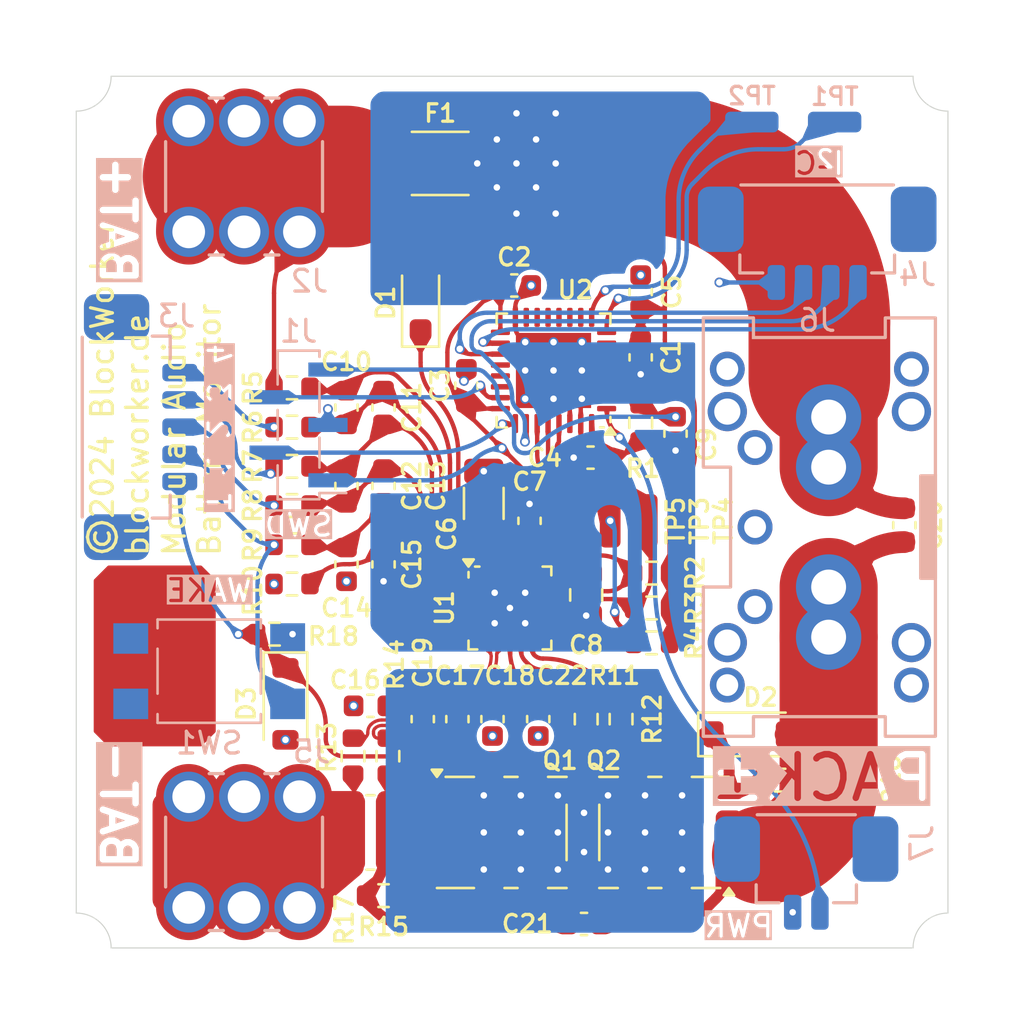
<source format=kicad_pcb>
(kicad_pcb (version 20240108) (generator "pcbnew") (generator_version "8.0")
  (layers (0 "F.Cu" signal) (1 "In1.Cu" signal) (2 "In2.Cu" signal) (31 "B.Cu" signal) (34 "B.Paste" user) (35 "F.Paste" user) (36 "B.SilkS" user "B.Silkscreen") (37 "F.SilkS" user "F.Silkscreen") (38 "B.Mask" user) (39 "F.Mask" user) (44 "Edge.Cuts" user))
  (net 0 "")
  (net 1 "GND")
  (net 2 "+3.3V")
  (net 3 "Net-(D1-K)")
  (net 4 "Net-(J1-Pin_5)")
  (net 5 "Net-(U1-VC4A)")
  (net 6 "Net-(U1-VC5)")
  (net 7 "Net-(U1-VC3A)")
  (net 8 "Net-(U1-VC2)")
  (net 9 "Net-(U1-VC1)")
  (net 10 "Net-(U1-VC0)")
  (net 11 "Net-(U1-SRP)")
  (net 12 "Net-(U1-SRN)")
  (net 13 "+BATT")
  (net 14 "Net-(D2-A)")
  (net 15 "Net-(Q1-S)")
  (net 16 "/TS")
  (net 17 "Net-(D2-K)")
  (net 18 "Net-(J2-Pin_1)")
  (net 19 "/SWDIO")
  (net 20 "/SWCLK")
  (net 21 "/CELL1")
  (net 22 "Net-(J3-Pin_1)")
  (net 23 "Net-(J3-Pin_3)")
  (net 24 "Net-(J3-Pin_2)")
  (net 25 "/SDA_EXT")
  (net 26 "Net-(J4-Pin_3)")
  (net 27 "Net-(J4-Pin_1)")
  (net 31 "Net-(Q1-G)")
  (net 32 "Net-(Q1-D)")
  (net 33 "Net-(U1-ALERT)")
  (net 34 "Net-(U1-SDA)")
  (net 35 "Net-(U1-SCL)")
  (net 36 "Net-(U1-DSG)")
  (net 37 "Net-(U1-CHG)")
  (net 38 "Net-(R18-Pad1)")
  (net 39 "Net-(U2-PA2)")
  (net 40 "Net-(U2-PA3)")
  (net 53 "/PWR_SWITCH")
  (footprint "Resistor_SMD:R_0603_1608Metric" (layer "F.Cu") (at 139.9 97.9)
    (property "Reference" "R7")
    (property "Value" "10Ω")
  )
  (footprint "Capacitor_SMD:C_0603_1608Metric" (layer "F.Cu") (at 144.1 95.2 -90)
    (property "Reference" "C11")
    (property "Value" "220nF")
  )
  (footprint "Resistor_SMD:R_0603_1608Metric" (layer "F.Cu") (at 144.3 111.2 -90)
    (property "Reference" "R14")
    (property "Value" "100Ω")
  )
  (footprint "BW_Active:ONSemi_SO8-FL_506FA" (layer "F.Cu") (at 157.1 114.7 180)
    (property "Reference" "Q2")
    (property "Value" "NTMFS0D6N04XM")
  )
  (footprint "BW_Active:ONSemi_SO8-FL_506FA" (layer "F.Cu") (at 149.4 114.7)
    (property "Reference" "Q1")
    (property "Value" "NTMFS0D6N04XM")
  )
  (footprint "Resistor_SMD:R_0603_1608Metric" (layer "F.Cu") (at 139.9 103.3)
    (property "Reference" "R10")
    (property "Value" "10Ω")
  )
  (footprint "Resistor_SMD:R_0603_1608Metric" (layer "F.Cu") (at 156.4 106 180)
    (property "Reference" "R4")
    (property "Value" "10kΩ")
  )
  (footprint "Diode_SMD:D_SOD-123" (layer "F.Cu") (at 160.9 110.2)
    (property "Reference" "D2")
    (property "Value" "BZT52C15")
  )
  (footprint "Capacitor_SMD:C_0603_1608Metric" (layer "F.Cu") (at 168 100.6 -90)
    (property "Reference" "C20")
    (property "Value" "0.1µF 100V")
  )
  (footprint "Resistor_SMD:R_0603_1608Metric" (layer "F.Cu") (at 153.4 109.5 -90)
    (property "Reference" "R11")
    (property "Value" "4.7kΩ")
  )
  (footprint "Capacitor_SMD:C_0603_1608Metric" (layer "F.Cu") (at 147.9 94.2 -90)
    (property "Reference" "C3")
    (property "Value" "0.1µF")
  )
  (footprint "Capacitor_SMD:C_0603_1608Metric" (layer "F.Cu") (at 150.1 89.6 180)
    (property "Reference" "C2")
    (property "Value" "0.1µF")
  )
  (footprint "Capacitor_SMD:C_0603_1608Metric" (layer "F.Cu") (at 155.9 92.9 90)
    (property "Reference" "C1")
    (property "Value" "0.1µF")
  )
  (footprint "BW_Logo:BW_Logo_7.5x4.8mm" (layer "F.Cu") (at 133.6 106.6 90)
    (property "Reference" "REF**" (hide yes))
    (property "Value" "BW_Logo_7.5x4.8mm" (hide yes))
  )
  (footprint "Resistor_SMD:R_0603_1608Metric" (layer "F.Cu") (at 139.1 105.6 180)
    (property "Reference" "R18")
    (property "Value" "4.7kΩ")
  )
  (footprint "Resistor_SMD:R_0603_1608Metric" (layer "F.Cu") (at 139.9 99.7)
    (property "Reference" "R8")
    (property "Value" "10Ω")
  )
  (footprint "Capacitor_SMD:C_0603_1608Metric" (layer "F.Cu") (at 145.9 109.5 -90)
    (property "Reference" "C19")
    (property "Value" "0.1µF")
  )
  (footprint "Capacitor_SMD:C_0603_1608Metric" (layer "F.Cu") (at 149.1 109.5 90)
    (property "Reference" "C18")
    (property "Value" "0.1µF")
  )
  (footprint "Capacitor_SMD:C_0805_2012Metric" (layer "F.Cu") (at 153.4 103.8 90)
    (property "Reference" "C8")
    (property "Value" "10µF 25V")
  )
  (footprint "Capacitor_SMD:C_0603_1608Metric" (layer "F.Cu") (at 147.49 109.5 -90)
    (property "Reference" "C17")
    (property "Value" "100pF")
  )
  (footprint "Package_DFN_QFN:QFN-32-1EP_5x5mm_P0.5mm_EP3.45x3.45mm" (layer "F.Cu") (at 151.9 93.5 180)
    (property "Reference" "U2")
    (property "Value" "STM32L071KZUx")
  )
  (footprint "Resistor_SMD:R_0603_1608Metric" (layer "F.Cu") (at 162.3 112.3)
    (property "Reference" "R16")
    (property "Value" "10MΩ")
  )
  (footprint "Resistor_SMD:R_0603_1608Metric" (layer "F.Cu") (at 156.4 104.4 180)
    (property "Reference" "R3")
    (property "Value" "10kΩ")
  )
  (footprint "Resistor_SMD:R_0603_1608Metric" (layer "F.Cu") (at 155 109.5 -90)
    (property "Reference" "R12")
    (property "Value" "4.7kΩ")
  )
  (footprint "Capacitor_SMD:C_0603_1608Metric" (layer "F.Cu") (at 143.5 108.89)
    (property "Reference" "C16")
    (property "Value" "0.1µF")
  )
  (footprint "Capacitor_SMD:C_0603_1608Metric" (layer "F.Cu") (at 144.1 98.8 -90)
    (property "Reference" "C13")
    (property "Value" "220nF")
  )
  (footprint "Resistor_SMD:R_0603_1608Metric" (layer "F.Cu") (at 156.4 102.8 180)
    (property "Reference" "R2")
    (property "Value" "10kΩ")
  )
  (footprint "Capacitor_SMD:C_0603_1608Metric" (layer "F.Cu") (at 150.8 100.4 -90)
    (property "Reference" "C7")
    (property "Value" "0.1µF")
  )
  (footprint "BW_PassiveMechanical:TP_0603_1608Metric_Fused" (layer "F.Cu") (at 156.2 100.4 90)
    (property "Reference" "TP3")
    (property "Value" "SDA")
  )
  (footprint "Capacitor_SMD:C_0603_1608Metric" (layer "F.Cu") (at 157.5 96.4 -90)
    (property "Reference" "C9")
    (property "Value" "0.1µF")
  )
  (footprint "Resistor_SMD:R_0603_1608Metric" (layer "F.Cu") (at 144.1 117.6 180)
    (property "Reference" "R15")
    (property "Value" "10MΩ")
  )
  (footprint "Capacitor_SMD:C_0603_1608Metric" (layer "F.Cu") (at 142.4 95.2 -90)
    (property "Reference" "C10")
    (property "Value" "220nF")
  )
  (footprint "BW_PassiveMechanical:TP_0603_1608Metric_Fused" (layer "F.Cu") (at 154.5 100.4 -90)
    (property "Reference" "TP4")
    (property "Value" "SCL")
  )
  (footprint "BW_PassiveMechanical:TP_0603_1608Metric_Fused" (layer "F.Cu") (at 152.8 100.4 90)
    (property "Reference" "TP5")
    (property "Value" "ALERT")
  )
  (footprint "Diode_SMD:D_SOD-323_HandSoldering" (layer "F.Cu") (at 145.8 90.4 90)
    (property "Reference" "D1")
    (property "Value" "SS0840WS")
  )
  (footprint "Resistor_SMD:R_0603_1608Metric" (layer "F.Cu") (at 142.7 111.2 -90)
    (property "Reference" "R13")
    (property "Value" "100Ω")
  )
  (footprint "Resistor_SMD:R_0603_1608Metric" (layer "F.Cu") (at 139.9 94.3)
    (property "Reference" "R5")
    (property "Value" "10Ω")
  )
  (footprint "Resistor_SMD:R_0603_1608Metric" (layer "F.Cu") (at 155.9 95.9 90)
    (property "Reference" "R1")
    (property "Value" "10kΩ")
  )
  (footprint "Diode_SMD:D_SOD-123" (layer "F.Cu") (at 139.6 108.8 -90)
    (property "Reference" "D3")
    (property "Value" "MMSZ4678")
  )
  (footprint "Capacitor_SMD:C_0603_1608Metric" (layer "F.Cu") (at 144.1 102.4 -90)
    (property "Reference" "C15")
    (property "Value" "220nF")
  )
  (footprint "Capacitor_SMD:C_0603_1608Metric" (layer "F.Cu") (at 142.4 98.8 -90)
    (property "Reference" "C12")
    (property "Value" "220nF")
  )
  (footprint "Resistor_SMD:R_0603_1608Metric" (layer "F.Cu") (at 139.9 96.1)
    (property "Reference" "R6")
    (property "Value" "10Ω")
  )
  (footprint "Capacitor_SMD:C_0603_1608Metric" (layer "F.Cu") (at 155.9 89.9 -90)
    (property "Reference" "C5")
    (property "Value" "1µF 25V")
  )
  (footprint "Resistor_SMD:R_0603_1608Metric" (layer "F.Cu") (at 139.9 101.5)
    (property "Reference" "R9")
    (property "Value" "10Ω")
  )
  (footprint "Capacitor_SMD:C_0603_1608Metric" (layer "F.Cu") (at 142.4 102.4 -90)
    (property "Reference" "C14")
    (property "Value" "220nF")
  )
  (footprint "BW_Active:VQFN-20-1EP_3.5x3.5mm_P0.5mm_EP2.05x2.05mm" (layer "F.Cu") (at 149.9 104.4)
    (property "Reference" "U1")
    (property "Value" "BQ76905")
  )
  (footprint "Capacitor_SMD:C_0603_1608Metric" (layer "F.Cu") (at 151.2 109.5 -90)
    (property "Reference" "C22")
    (property "Value" "3.3nF")
  )
  (footprint "Capacitor_SMD:C_1206_3216Metric" (layer "F.Cu") (at 148.7 99.6 -90)
    (property "Reference" "C6")
    (property "Value" "10µF 50V")
  )
  (footprint "Capacitor_SMD:C_0603_1608Metric" (layer "F.Cu") (at 153.6 97.5)
    (property "Reference" "C4")
    (property "Value" "0.1µF")
  )
  (footprint "BW_PassiveMechanical:Fuse_2410_6125Metric" (layer "F.Cu") (at 146.7 84)
    (property "Reference" "F1")
    (property "Value" "40A")
  )
  (footprint "Capacitor_SMD:C_0603_1608Metric" (layer "F.Cu") (at 153.3 118.9)
    (property "Reference" "C21")
    (property "Value" "0.1µF 100V")
  )
  (footprint "Resistor_SMD:R_0612_1632Metric" (layer "F.Cu") (at 143.5 114.7)
    (property "Reference" "R17")
    (property "Value" "1mΩ 2W")
  )
  (footprint "BW_Connectors:Amphenol_MINITEK_WTB_1.25_4P" (layer "B.Cu") (at 164 87.0125)
    (property "Reference" "J4")
    (property "Value" "I2C")
  )
  (footprint "BW_PassiveMechanical:TP_0603_1608Metric_Fused" (layer "B.Cu") (at 161 82.1 180)
    (property "Reference" "TP2")
    (property "Value" "UART_RX")
  )
  (footprint "BW_PassiveMechanical:TP_0603_1608Metric_Fused" (layer "B.Cu") (at 164.8 82.1 180)
    (property "Reference" "TP1")
    (property "Value" "UART_TX")
  )
  (footprint "Connector_PinSocket_1.27mm:PinSocket_1x05_P1.27mm_Vertical_SMD_Pin1Right" (layer "B.Cu") (at 140.2 96)
    (property "Reference" "J1")
    (property "Value" "SWD")
  )
  (footprint "Button_Switch_SMD:SW_SPST_TL3305A" (layer "B.Cu") (at 136.1 107.3)
    (property "Reference" "SW1")
    (property "Value" "WAKE")
  )
  (footprint "BW_Connectors:Wuerth_REDCUBE-THR_WP-BUTR_7461057_NonPress" (layer "B.Cu") (at 137.7 84.6 180)
    (property "Reference" "J2")
    (property "Value" "BAT+")
  )
  (footprint "BW_Connectors:Amphenol_MINITEK_WTB_1.25_2P" (layer "B.Cu") (at 163.5 115.9125)
    (property "Reference" "J7")
    (property "Value" "PWR_SWITCH")
  )
  (footprint "BW_Connectors:Amphenol_MINITEK_WTB_1.25_5P" (layer "B.Cu") (at 132.3 96.1 90)
    (property "Reference" "J3")
    (property "Value" "BAL_THERM")
  )
  (footprint "BW_Connectors:Wuerth_REDCUBE-THR_WP-BUTR_7461057_NonPress" (layer "B.Cu") (at 137.7 115.6 180)
    (property "Reference" "J5")
    (property "Value" "BAT-")
  )
  (footprint "BW_Connectors:TE_2042274_Solder" (layer "B.Cu") (at 164.525 100.6875 180)
    (property "Reference" "J6")
    (property "Value" "PACK_OUT")
  )
  (gr_line (start 170 81.6) (end 170 118.4) (stroke (width 0.05)) (layer "Edge.Cuts"))
  (gr_line (start 168.4 120) (end 131.6 120) (stroke (width 0.05)) (layer "Edge.Cuts"))
  (gr_arc (start 168.4 120) (mid 168.868629 118.868629) (end 170 118.4) (stroke (width 0.05)) (layer "Edge.Cuts"))
  (gr_arc (start 131.6 80) (mid 131.131371 81.131371) (end 130 81.6) (stroke (width 0.05)) (layer "Edge.Cuts"))
  (gr_line (start 131.6 80) (end 168.4 80) (stroke (width 0.05)) (layer "Edge.Cuts"))
  (gr_line (start 130 118.4) (end 130 81.6) (stroke (width 0.05)) (layer "Edge.Cuts"))
  (gr_arc (start 170 81.6) (mid 168.868629 81.131371) (end 168.4 80) (stroke (width 0.05)) (layer "Edge.Cuts"))
  (gr_arc (start 130 118.4) (mid 131.131371 118.868629) (end 131.6 120) (stroke (width 0.05)) (layer "Edge.Cuts"))
  (gr_text "PWR" (at 160.4 119 0) (layer "B.SilkS" knockout) (effects (font (size 1 1)) (justify mirror)))
  (gr_text "BAT-" (at 131.9 113.4 270) (layer "B.SilkS" knockout) (effects (font (size 1.5 1.5) (thickness 0.3) (bold yes)) (justify mirror)))
  (gr_text "I^{2}C" (at 164.1 84 0) (layer "B.SilkS" knockout) (effects (font (size 1 1)) (justify mirror)))
  (gr_text "WAKE" (at 136.1 103.6 0) (layer "B.SilkS" knockout) (effects (font (size 1 1)) (justify mirror)))
  (gr_text "PACK±" (at 164.2 112.2 0) (layer "B.SilkS" knockout) (effects (font (size 2 2) (thickness 0.3) (bold yes)) (justify mirror)))
  (gr_text "SWD" (at 140.2 100.6 0) (layer "B.SilkS" knockout) (effects (font (size 1 1)) (justify mirror)))
  (gr_text "BAT+" (at 131.9 86.6 -90) (layer "B.SilkS" knockout) (effects (font (size 1.5 1.5) (thickness 0.3) (bold yes)) (justify mirror)))
  (gr_text "T 1 2 3 4" (at 136.5 96.1 -90) (layer "B.SilkS" knockout) (effects (font (size 1 1)) (justify mirror)))
  (gr_text "Modular Audio\nBattery Monitor" (at 135.3 102.1 90) (layer "F.SilkS") (effects (font (size 1 1)) (justify left)))
  (segment (start 154.3375 93.75) (end 153.803553 93.75) (width 0.2) (layer "F.Cu") (net 1))
  (segment (start 154.3375 93.75) (end 155.718934 93.75) (width 0.2) (layer "F.Cu") (net 1))
  (segment (start 147.9 93.425) (end 147.9 93.714437) (width 0.2) (layer "F.Cu") (net 1))
  (segment (start 150.15 91.0625) (end 150.15 90.574558) (width 0.2) (layer "F.Cu") (net 1))
  (segment (start 137.7 113.06) (end 137.7 118.14) (width 3) (layer "F.Cu") (net 1))
  (segment (start 151.6 105.4) (end 151.324264 105.4) (width 0.2) (layer "F.Cu") (net 1))
  (segment (start 150.312426 91.912426) (end 150.6 92.2) (width 0.2) (layer "F.Cu") (net 1))
  (segment (start 142.75 114.7) (end 142.75 112.14571) (width 0.15) (layer "F.Cu") (net 1))
  (segment (start 153.15 96.715381) (end 153.15 95.9375) (width 0.2) (layer "F.Cu") (net 1))
  (segment (start 140.24 113.06) (end 140.24 118.14) (width 3) (layer "F.Cu") (net 1))
  (segment (start 150.33 90.14) (end 150.866464 89.603536) (width 0.2) (layer "F.Cu") (net 1))
  (segment (start 153.15 95.9375) (end 153.15 94.92071) (width 0.2) (layer "F.Cu") (net 1))
  (segment (start 152.65 95.9375) (end 152.65 94.827817) (width 0.2) (layer "F.Cu") (net 1))
  (segment (start 150.866464 89.603536) (end 150.875 89.6) (width 0.2) (layer "F.Cu") (net 1))
  (segment (start 135.16 113.06) (end 135.16 118.14) (width 3) (layer "F.Cu") (net 1))
  (segment (start 150.15 91.0625) (end 150.15 91.520295) (width 0.2) (layer "F.Cu") (net 1))
  (via (at 150.6 93.5) (size 0.45) (drill 0.3) (layers "F.Cu" "B.Cu") (net 1))
  (via (at 150.6 92.2) (size 0.45) (drill 0.3) (layers "F.Cu" "B.Cu") (net 1))
  (via (at 150.8 99.625) (size 0.45) (drill 0.3) (layers "F.Cu" "B.Cu") (net 1))
  (via (at 149.1 110.275) (size 0.45) (drill 0.3) (layers "F.Cu" "B.Cu") (net 1))
  (via (at 151.9 93.5) (size 0.45) (drill 0.3) (layers "F.Cu" "B.Cu") (net 1))
  (via (at 147.79 93.98) (size 0.45) (drill 0.3) (layers "F.Cu" "B.Cu") (net 1))
  (via (at 151.9 92.2) (size 0.45) (drill 0.3) (layers "F.Cu" "B.Cu") (net 1))
  (via (at 157.5 97.175) (size 0.45) (drill 0.3) (layers "F.Cu" "B.Cu") (net 1))
  (via (at 149.2 103.7) (size 0.45) (drill 0.3) (layers "F.Cu" "B.Cu") (net 1))
  (via (at 155.9 93.675) (size 0.45) (drill 0.3) (layers "F.Cu" "B.Cu") (net 1))
  (via (at 153.2 93.5) (size 0.45) (drill 0.3) (layers "F.Cu" "B.Cu") (net 1))
  (via (at 139.075 103.3) (size 0.45) (drill 0.3) (layers "F.Cu" "B.Cu") (net 1))
  (via (at 142.725 108.89) (size 0.45) (drill 0.3) (layers "F.Cu" "B.Cu") (net 1))
  (via (at 162.875 118.3625) (size 0.45) (drill 0.3) (layers "F.Cu" "B.Cu") (net 1))
  (via (at 150.875 89.6) (size 0.45) (drill 0.3) (layers "F.Cu" "B.Cu") (net 1))
  (via (at 150.6 105.1) (size 0.45) (drill 0.3) (layers "F.Cu" "B.Cu") (net 1))
  (via (at 149.2 105.1) (size 0.45) (drill 0.3) (layers "F.Cu" "B.Cu") (net 1))
  (via (at 150.6 94.8) (size 0.45) (drill 0.3) (layers "F.Cu" "B.Cu") (net 1))
  (via (at 153.2 92.2) (size 0.45) (drill 0.3) (layers "F.Cu" "B.Cu") (net 1))
  (via (at 155.9 89.125) (size 0.45) (drill 0.3) (layers "F.Cu" "B.Cu") (net 1))
  (via (at 144.1 103.175) (size 0.45) (drill 0.3) (layers "F.Cu" "B.Cu") (net 1))
  (via (at 142.4 103.175) (size 0.45) (drill 0.3) (layers "F.Cu" "B.Cu") (net 1))
  (via (at 159.51 89.46) (size 0.45) (drill 0.3) (layers "F.Cu" "B.Cu") (net 1))
  (via (at 153.4 104.75) (size 0.45) (drill 0.3) (layers "F.Cu" "B.Cu") (net 1))
  (via (at 152.825 97.5) (size 0.45) (drill 0.3) (layers "F.Cu" "B.Cu") (net 1))
  (via (at 151.2 110.275) (size 0.45) (drill 0.3) (layers "F.Cu" "B.Cu") (net 1))
  (via (at 153.2 94.8) (size 0.45) (drill 0.3) (layers "F.Cu" "B.Cu") (net 1))
  (via (at 149.9 104.4) (size 0.45) (drill 0.3) (layers "F.Cu" "B.Cu") (net 1))
  (via (at 141.55 95.27) (size 0.45) (drill 0.3) (layers "F.Cu" "B.Cu") (net 1))
  (via (at 151.9 94.8) (size 0.45) (drill 0.3) (layers "F.Cu" "B.Cu") (net 1))
  (via (at 139.6 110.45) (size 0.45) (drill 0.3) (layers "F.Cu" "B.Cu") (net 1))
  (via (at 150.6 103.7) (size 0.45) (drill 0.3) (layers "F.Cu" "B.Cu") (net 1))
  (via (at 148.7 98.125) (size 0.45) (drill 0.3) (layers "F.Cu" "B.Cu") (net 1))
  (arc (start 147.9 93.714437) (mid 147.871412 93.858159) (end 147.79 93.98) (width 0.2) (layer "F.Cu") (net 1))
  (arc (start 150.15 90.574558) (mid 150.19678 90.339377) (end 150.33 90.14) (width 0.2) (layer "F.Cu") (net 1))
  (arc (start 153.803553 93.75) (mid 153.476912 93.685027) (end 153.2 93.5) (width 0.2) (layer "F.Cu") (net 1))
  (arc (start 151.9 93.5) (mid 151.888974 93.444567) (end 151.857574 93.397573) (width 0.2) (layer "F.Cu") (net 1))
  (arc (start 153.15 94.92071) (mid 153.162994 94.855382) (end 153.2 94.8) (width 0.2) (layer "F.Cu") (net 1))
  (arc (start 151.324264 105.4) (mid 150.932295 105.322033) (end 150.6 105.1) (width 0.2) (layer "F.Cu") (net 1))
  (arc (start 150.15 91.520295) (mid 150.192213 91.732515) (end 150.312426 91.912426) (width 0.2) (layer "F.Cu") (net 1))
  (arc (start 155.718934 93.75) (mid 155.816926 93.730508) (end 155.9 93.675) (width 0.2) (layer "F.Cu") (net 1))
  (arc (start 152.825 97.5) (mid 153.065536 97.140014) (end 153.15 96.715381) (width 0.2) (layer "F.Cu") (net 1))
  (arc (start 152.65 94.827817) (mid 152.79294 94.109208) (end 153.2 93.5) (width 0.2) (layer "F.Cu") (net 1))
  (arc (start 142.75 112.14571) (mid 142.737005 112.080382) (end 142.7 112.025) (width 0.15) (layer "F.Cu") (net 1))
  (segment (start 141.55 96) (end 141.55 95.27) (width 0.2) (layer "B.Cu") (net 1))
  (segment (start 159.516035 89.4625) (end 159.51 89.46) (width 0.2) (layer "B.Cu") (net 1))
  (segment (start 162.125 89.4625) (end 159.516035 89.4625) (width 0.2) (layer "B.Cu") (net 1))
  (segment (start 152.39 102.19) (end 152.152843 101.952843) (width 0.2) (layer "F.Cu") (net 2))
  (segment (start 157.73 93.82) (end 157.757745 93.847745) (width 0.2) (layer "F.Cu") (net 2))
  (segment (start 155.01 93.1) (end 155.839896 92.270104) (width 0.2) (layer "F.Cu") (net 2))
  (segment (start 149.535 97.065) (end 148.221734 95.751734) (width 0.2) (layer "F.Cu") (net 2))
  (segment (start 147.03 93.56) (end 147.03 92.672964) (width 0.2) (layer "F.Cu") (net 2))
  (segment (start 149.4625 91.75) (end 149.4625 89.931954) (width 0.2) (layer "F.Cu") (net 2))
  (segment (start 157.225 102.8) (end 157.225 104.4) (width 0.2) (layer "F.Cu") (net 2))
  (segment (start 151.44 98.97) (end 149.535 97.065) (width 0.2) (layer "F.Cu") (net 2))
  (segment (start 151.6 103.4) (end 152.072183 103.4) (width 0.2) (layer "F.Cu") (net 2))
  (segment (start 152.802512 102.602513) (end 152.39 102.19) (width 0.2) (layer "F.Cu") (net 2))
  (segment (start 155.9 92.125) (end 155.9 90.675) (width 0.2) (layer "F.Cu") (net 2))
  (segment (start 157.01 88.820856) (end 157.01 90.6) (width 0.2) (layer "F.Cu") (net 2))
  (segment (start 147.52 91.49) (end 147.547391 91.460234) (width 0.2) (layer "F.Cu") (net 2))
  (segment (start 156.79 88.32) (end 156.812815 88.34481) (width 0.2) (layer "F.Cu") (net 2))
  (segment (start 151.53 88.08) (end 156.210589 88.08) (width 0.2) (layer "F.Cu") (net 2))
  (segment (start 156.684619 96.4) (end 158.38 96.4) (width 0.2) (layer "F.Cu") (net 2))
  (segment (start 157.01 90.6) (end 157.01 92.081767) (width 0.2) (layer "F.Cu") (net 2))
  (segment (start 157.225 106) (end 157.225 104.4) (width 0.2) (layer "F.Cu") (net 2))
  (segment (start 149.4625 95.25) (end 148.563908 95.25) (width 0.2) (layer "F.Cu") (net 2))
  (segment (start 147.9 94.975) (end 147.415374 94.490374) (width 0.2) (layer "F.Cu") (net 2))
  (segment (start 147.547391 91.460234) (end 149.266575 89.74105) (width 0.2) (layer "F.Cu") (net 2))
  (segment (start 154.3375 93.25) (end 154.647868 93.25) (width 0.2) (layer "F.Cu") (net 2))
  (segment (start 157.225 100.207878) (end 157.225 102.8) (width 0.2) (layer "F.Cu") (net 2))
  (segment (start 149.325 89.6) (end 150.360631 88.564369) (width 0.2) (layer "F.Cu") (net 2))
  (segment (start 158.38 95.35) (end 158.38 96.4) (width 0.2) (layer "F.Cu") (net 2))
  (segment (start 154.242202 97.367202) (end 154.375 97.5) (width 0.2) (layer "F.Cu") (net 2))
  (segment (start 151.87 101.27) (end 151.87 100.008111) (width 0.2) (layer "F.Cu") (net 2))
  (segment (start 158.38 96.4) (end 158.38 97.419462) (width 0.2) (layer "F.Cu") (net 2))
  (segment (start 155.9 90.675) (end 156.828934 90.675) (width 0.2) (layer "F.Cu") (net 2))
  (segment (start 155.65533 96.96967) (end 155.9 96.725) (width 0.2) (layer "F.Cu") (net 2))
  (via (at 149.535 97.065) (size 0.45) (drill 0.3) (layers "F.Cu" "B.Cu") (net 2))
  (arc (start 150.360631 88.564369) (mid 150.897142 88.205884) (end 151.53 88.08) (width 0.2) (layer "F.Cu") (net 2))
  (arc (start 157.757745 93.847745) (mid 158.218281 94.536985) (end 158.38 95.35) (width 0.2) (layer "F.Cu") (net 2))
  (arc (start 154.375 97.5) (mid 155.06791 97.362172) (end 155.65533 96.96967) (width 0.2) (layer "F.Cu") (net 2))
  (arc (start 156.210589 88.08) (mid 156.524164 88.142374) (end 156.79 88.32) (width 0.2) (layer "F.Cu") (net 2))
  (arc (start 151.87 100.008111) (mid 151.758247 99.446289) (end 151.44 98.97) (width 0.2) (layer "F.Cu") (net 2))
  (arc (start 157.92 98.53) (mid 157.405625 99.299817) (end 157.225 100.207878) (width 0.2) (layer "F.Cu") (net 2))
  (arc (start 154.647868 93.25) (mid 154.843852 93.211016) (end 155.01 93.1) (width 0.2) (layer "F.Cu") (net 2))
  (arc (start 147.415374 94.490374) (mid 147.130155 94.063515) (end 147.03 93.56) (width 0.2) (layer "F.Cu") (net 2))
  (arc (start 155.9 96.725) (mid 156.259986 96.484465) (end 156.684619 96.4) (width 0.2) (layer "F.Cu") (net 2))
  (arc (start 147.03 92.672964) (mid 147.157347 92.032749) (end 147.52 91.49) (width 0.2) (layer "F.Cu") (net 2))
  (arc (start 148.563908 95.25) (mid 148.204603 95.17853) (end 147.9 94.975) (width 0.2) (layer "F.Cu") (net 2))
  (arc (start 152.152843 101.952843) (mid 151.943508 101.639552) (end 151.87 101.27) (width 0.2) (layer "F.Cu") (net 2))
  (arc (start 153.65 95.9375) (mid 153.803908 96.711249) (end 154.242202 97.367202) (width 0.2) (layer "F.Cu") (net 2))
  (arc (start 148.221734 95.751734) (mid 147.983616 95.395366) (end 147.9 94.975) (width 0.2) (layer "F.Cu") (net 2))
  (arc (start 153.4 102.85) (mid 153.076642 102.78568) (end 152.802512 102.602513) (width 0.2) (layer "F.Cu") (net 2))
  (arc (start 149.4625 89.931954) (mid 149.426765 89.752302) (end 149.325 89.6) (width 0.2) (layer "F.Cu") (net 2))
  (arc (start 152.072183 103.4) (mid 152.790792 103.257059) (end 153.4 102.85) (width 0.2) (layer "F.Cu") (net 2))
  (arc (start 155.839896 92.270104) (mid 155.884379 92.203529) (end 155.9 92.125) (width 0.2) (layer "F.Cu") (net 2))
  (arc (start 156.828934 90.675) (mid 156.926926 90.655508) (end 157.01 90.6) (width 0.2) (layer "F.Cu") (net 2))
  (arc (start 156.812815 88.34481) (mid 156.958753 88.563222) (end 157.01 88.820856) (width 0.2) (layer "F.Cu") (net 2))
  (arc (start 157.01 92.081767) (mid 157.197122 93.022492) (end 157.73 93.82) (width 0.2) (layer "F.Cu") (net 2))
  (arc (start 149.266575 89.74105) (mid 149.309816 89.676336) (end 149.325 89.6) (width 0.2) (layer "F.Cu") (net 2))
  (arc (start 158.38 97.419462) (mid 158.26045 98.020481) (end 157.92 98.53) (width 0.2) (layer "F.Cu") (net 2))
  (segment (start 141.55 98.54) (end 146.194488 98.54) (width 0.2) (layer "B.Cu") (net 2))
  (segment (start 148.189695 97.693497) (end 148.311332 97.57186) (width 0.2) (layer "B.Cu") (net 2))
  (segment (start 148.15 97.73) (end 148.189695 97.693497) (width 0.2) (layer "B.Cu") (net 2))
  (arc (start 146.194488 98.54) (mid 147.252804 98.329488) (end 148.15 97.73) (width 0.2) (layer "B.Cu") (net 2))
  (arc (start 148.311332 97.57186) (mid 148.872755 97.196729) (end 149.535 97.065) (width 0.2) (layer "B.Cu") (net 2))
  (segment (start 148.08 100.75) (end 148.032046 100.702046) (width 0.2) (layer "F.Cu") (net 3))
  (segment (start 147.53 99.49) (end 147.53 97.313208) (width 0.2) (layer "F.Cu") (net 3))
  (segment (start 150.8 101.175) (end 148.941421 101.175) (width 0.2) (layer "F.Cu") (net 3))
  (segment (start 148.196404 100.866403) (end 148.08 100.75) (width 0.2) (layer "F.Cu") (net 3))
  (segment (start 150.4 102.7) (end 150.9 102.7) (width 0.2) (layer "F.Cu") (net 3))
  (segment (start 145.8 93.13662) (end 145.8 91.65) (width 0.2) (layer "F.Cu") (net 3))
  (segment (start 150.9 102.7) (end 150.9 101.416421) (width 0.2) (layer "F.Cu") (net 3))
  (arc (start 148.7 101.075) (mid 148.427456 101.020788) (end 148.196404 100.866403) (width 0.2) (layer "F.Cu") (net 3))
  (arc (start 147.53 97.313208) (mid 147.251916 95.915186) (end 146.46 94.73) (width 0.2) (layer "F.Cu") (net 3))
  (arc (start 148.941421 101.175) (mid 148.810765 101.149011) (end 148.7 101.075) (width 0.2) (layer "F.Cu") (net 3))
  (arc (start 146.46 94.73) (mid 145.971528 93.998951) (end 145.8 93.13662) (width 0.2) (layer "F.Cu") (net 3))
  (arc (start 150.9 101.416421) (mid 150.874011 101.285765) (end 150.8 101.175) (width 0.2) (layer "F.Cu") (net 3))
  (arc (start 148.032046 100.702046) (mid 147.660477 100.145955) (end 147.53 99.49) (width 0.2) (layer "F.Cu") (net 3))
  (segment (start 157.227817 95.625) (end 157.5 95.625) (width 0.2) (layer "F.Cu") (net 4))
  (segment (start 155.896464 95.066464) (end 155.9 95.075) (width 0.2) (layer "F.Cu") (net 4))
  (segment (start 154.3375 94.25) (end 154.726447 94.25) (width 0.2) (layer "F.Cu") (net 4))
  (segment (start 155.33 94.5) (end 155.896464 95.066464) (width 0.2) (layer "F.Cu") (net 4))
  (via (at 157.5 95.625) (size 0.45) (drill 0.3) (layers "F.Cu" "B.Cu") (net 4))
  (arc (start 154.726447 94.25) (mid 155.053087 94.314973) (end 155.33 94.5) (width 0.2) (layer "F.Cu") (net 4))
  (arc (start 155.9 95.075) (mid 156.509208 95.48206) (end 157.227817 95.625) (width 0.2) (layer "F.Cu") (net 4))
  (segment (start 149.602843 95.242842) (end 149.75 95.39) (width 0.2) (layer "B.Cu") (net 4))
  (segment (start 150.09 96.210832) (end 150.09 96.812011) (width 0.2) (layer "B.Cu") (net 4))
  (segment (start 141.55 93.46) (end 148.373726 93.46) (width 0.2) (layer "B.Cu") (net 4))
  (segment (start 150.23 97.15) (end 150.239289 97.159289) (width 0.2) (layer "B.Cu") (net 4))
  (segment (start 154.397117 95.625) (end 157.5 95.625) (width 0.2) (layer "B.Cu") (net 4))
  (segment (start 150.554853 97.29) (end 150.617868 97.29) (width 0.2) (layer "B.Cu") (net 4))
  (segment (start 150.98 97.14) (end 151.15 96.97) (width 0.2) (layer "B.Cu") (net 4))
  (segment (start 148.76 93.62) (end 149.051299 93.911299) (width 0.2) (layer "B.Cu") (net 4))
  (arc (start 151.15 96.97) (mid 152.63979 95.974554) (end 154.397117 95.625) (width 0.2) (layer "B.Cu") (net 4))
  (arc (start 148.373726 93.46) (mid 148.582776 93.501583) (end 148.76 93.62) (width 0.2) (layer "B.Cu") (net 4))
  (arc (start 150.09 96.812011) (mid 150.126385 96.994929) (end 150.23 97.15) (width 0.2) (layer "B.Cu") (net 4))
  (arc (start 149.32 94.56) (mid 149.393508 94.929552) (end 149.602843 95.242842) (width 0.2) (layer "B.Cu") (net 4))
  (arc (start 149.051299 93.911299) (mid 149.250167 94.208926) (end 149.32 94.56) (width 0.2) (layer "B.Cu") (net 4))
  (arc (start 149.75 95.39) (mid 150.001637 95.766601) (end 150.09 96.210832) (width 0.2) (layer "B.Cu") (net 4))
  (arc (start 150.617868 97.29) (mid 150.813852 97.251016) (end 150.98 97.14) (width 0.2) (layer "B.Cu") (net 4))
  (arc (start 150.239289 97.159289) (mid 150.384071 97.256029) (end 150.554853 97.29) (width 0.2) (layer "B.Cu") (net 4))
  (segment (start 147.052624 102.410229) (end 146.970439 102.328044) (width 0.2) (layer "F.Cu") (net 5))
  (segment (start 142.4 95.975) (end 141.026776 95.975) (width 0.2) (layer "F.Cu") (net 5))
  (segment (start 146.76 101.82) (end 146.76 98.289655) (width 0.2) (layer "F.Cu") (net 5))
  (segment (start 147.08 102.44) (end 147.052624 102.410229) (width 0.2) (layer "F.Cu") (net 5))
  (segment (start 143.843934 94.531066) (end 142.4 95.975) (width 0.2) (layer "F.Cu") (net 5))
  (segment (start 148.9 102.7) (end 147.707695 102.7) (width 0.2) (layer "F.Cu") (net 5))
  (segment (start 145.94 96.31) (end 144.13182 94.50182) (width 0.2) (layer "F.Cu") (net 5))
  (segment (start 149.4 102.7) (end 148.9 102.7) (width 0.2) (layer "F.Cu") (net 5))
  (arc (start 146.970439 102.328044) (mid 146.814691 102.094952) (end 146.76 101.82) (width 0.2) (layer "F.Cu") (net 5))
  (arc (start 141.026776 95.975) (mid 140.863456 96.007486) (end 140.725 96.1) (width 0.2) (layer "F.Cu") (net 5))
  (arc (start 147.707695 102.7) (mid 147.367989 102.632428) (end 147.08 102.44) (width 0.2) (layer "F.Cu") (net 5))
  (arc (start 146.76 98.289655) (mid 146.546889 97.218273) (end 145.94 96.31) (width 0.2) (layer "F.Cu") (net 5))
  (arc (start 144.1 94.425) (mid 143.961418 94.452566) (end 143.843934 94.531066) (width 0.2) (layer "F.Cu") (net 5))
  (arc (start 144.13182 94.50182) (mid 144.108269 94.466575) (end 144.1 94.425) (width 0.2) (layer "F.Cu") (net 5))
  (segment (start 142.4 94.425) (end 141.026776 94.425) (width 0.2) (layer "F.Cu") (net 6))
  (segment (start 149.9 102.419705) (end 149.9 102.7) (width 0.2) (layer "F.Cu") (net 6))
  (segment (start 142.459749 94.400251) (end 142.92 93.94) (width 0.2) (layer "F.Cu") (net 6))
  (segment (start 147.653847 102.01) (end 149.490295 102.01) (width 0.2) (layer "F.Cu") (net 6))
  (segment (start 147.15 97.744507) (end 147.15 101.46284) (width 0.2) (layer "F.Cu") (net 6))
  (segment (start 144.77 93.81) (end 146.050797 95.090797) (width 0.2) (layer "F.Cu") (net 6))
  (segment (start 147.308331 101.845084) (end 147.34 101.88) (width 0.2) (layer "F.Cu") (net 6))
  (segment (start 143.789116 93.58) (end 144.214731 93.58) (width 0.2) (layer "F.Cu") (net 6))
  (arc (start 149.490295 102.01) (mid 149.647083 102.041187) (end 149.78 102.13) (width 0.2) (layer "F.Cu") (net 6))
  (arc (start 142.92 93.94) (mid 143.318754 93.673561) (end 143.789116 93.58) (width 0.2) (layer "F.Cu") (net 6))
  (arc (start 146.050797 95.090797) (mid 146.864326 96.308329) (end 147.15 97.744507) (width 0.2) (layer "F.Cu") (net 6))
  (arc (start 141.026776 94.425) (mid 140.863456 94.392514) (end 140.725 94.3) (width 0.2) (layer "F.Cu") (net 6))
  (arc (start 149.78 102.13) (mid 149.868813 102.262918) (end 149.9 102.419705) (width 0.2) (layer "F.Cu") (net 6))
  (arc (start 144.214731 93.58) (mid 144.51524 93.639775) (end 144.77 93.81) (width 0.2) (layer "F.Cu") (net 6))
  (arc (start 142.4 94.425) (mid 142.432336 94.418568) (end 142.459749 94.400251) (width 0.2) (layer "F.Cu") (net 6))
  (arc (start 147.34 101.88) (mid 147.483994 101.976214) (end 147.653847 102.01) (width 0.2) (layer "F.Cu") (net 6))
  (arc (start 147.15 101.46284) (mid 147.191149 101.669709) (end 147.308331 101.845084) (width 0.2) (layer "F.Cu") (net 6))
  (segment (start 146.32 101.91) (end 146.32 98.199238) (width 0.2) (layer "F.Cu") (net 7))
  (segment (start 148.2 103.9) (end 148.2 103.4) (width 0.2) (layer "F.Cu") (net 7))
  (segment (start 143.13 97.12) (end 142.523744 97.726256) (width 0.2) (layer "F.Cu") (net 7))
  (segment (start 145.67 96.63) (end 145.602427 96.562427) (width 0.2) (layer "F.Cu") (net 7))
  (segment (start 143.976256 96.273743) (end 143.13 97.12) (width 0.2) (layer "F.Cu") (net 7))
  (segment (start 148.2 103.4) (end 147.852253 103.4) (width 0.2) (layer "F.Cu") (net 7))
  (segment (start 142.4 98.025) (end 141.026776 98.025) (width 0.2) (layer "F.Cu") (net 7))
  (segment (start 146.79 102.96) (end 146.730122 102.900122) (width 0.2) (layer "F.Cu") (net 7))
  (segment (start 144.184253 95.975) (end 144.1 95.975) (width 0.2) (layer "F.Cu") (net 7))
  (arc (start 144.1 95.975) (mid 144.06784 96.136679) (end 143.976256 96.273743) (width 0.2) (layer "F.Cu") (net 7))
  (arc (start 142.523744 97.726256) (mid 142.43216 97.863321) (end 142.4 98.025) (width 0.2) (layer "F.Cu") (net 7))
  (arc (start 146.730122 102.900122) (mid 146.426587 102.44585) (end 146.32 101.91) (width 0.2) (layer "F.Cu") (net 7))
  (arc (start 146.32 98.199238) (mid 146.151071 97.349972) (end 145.67 96.63) (width 0.2) (layer "F.Cu") (net 7))
  (arc (start 141.026776 98.025) (mid 140.863456 97.992514) (end 140.725 97.9) (width 0.2) (layer "F.Cu") (net 7))
  (arc (start 147.852253 103.4) (mid 147.277366 103.285648) (end 146.79 102.96) (width 0.2) (layer "F.Cu") (net 7))
  (arc (start 145.602427 96.562427) (mid 144.951764 96.127667) (end 144.184253 95.975) (width 0.2) (layer "F.Cu") (net 7))
  (segment (start 145.94 102.265147) (end 145.94 101.814142) (width 0.2) (layer "F.Cu") (net 8))
  (segment (start 145.94 101.814142) (end 145.94 99.91267) (width 0.2) (layer "F.Cu") (net 8))
  (segment (start 144.328102 98.025) (end 144.1 98.025) (width 0.2) (layer "F.Cu") (net 8))
  (segment (start 148.2 104.4) (end 147.931248 104.4) (width 0.2) (layer "F.Cu") (net 8))
  (segment (start 143.843934 98.131066) (end 142.4 99.575) (width 0.2) (layer "F.Cu") (net 8))
  (segment (start 146.7 103.89) (end 146.551544 103.741544) (width 0.2) (layer "F.Cu") (net 8))
  (segment (start 148.2 104.4) (end 148.163797 104.4) (width 0.2) (layer "F.Cu") (net 8))
  (segment (start 142.4 99.575) (end 141.026776 99.575) (width 0.2) (layer "F.Cu") (net 8))
  (arc (start 141.026776 99.575) (mid 140.863456 99.607486) (end 140.725 99.7) (width 0.2) (layer "F.Cu") (net 8))
  (arc (start 146.551544 103.741544) (mid 146.098935 103.064168) (end 145.94 102.265147) (width 0.2) (layer "F.Cu") (net 8))
  (arc (start 147.931248 104.4) (mid 147.264901 104.267455) (end 146.7 103.89) (width 0.2) (layer "F.Cu") (net 8))
  (arc (start 145.33 98.44) (mid 144.870326 98.132855) (end 144.328102 98.025) (width 0.2) (layer "F.Cu") (net 8))
  (arc (start 145.94 99.91267) (mid 145.781466 99.115667) (end 145.33 98.44) (width 0.2) (layer "F.Cu") (net 8))
  (arc (start 144.1 98.025) (mid 143.961418 98.052566) (end 143.843934 98.131066) (width 0.2) (layer "F.Cu") (net 8))
  (segment (start 148.2 104.9) (end 147.860954 104.9) (width 0.2) (layer "F.Cu") (net 9))
  (segment (start 146.34 104.27) (end 146.242965 104.172965) (width 0.2) (layer "F.Cu") (net 9))
  (segment (start 144.302955 99.575) (end 144.1 99.575) (width 0.2) (layer "F.Cu") (net 9))
  (segment (start 145.55 102.5) (end 145.55 100.871543) (width 0.2) (layer "F.Cu") (net 9))
  (segment (start 142.4 101.625) (end 141.026776 101.625) (width 0.2) (layer "F.Cu") (net 9))
  (segment (start 143.61 100.23) (end 142.530815 101.309185) (width 0.2) (layer "F.Cu") (net 9))
  (segment (start 143.983327 99.856672) (end 143.61 100.23) (width 0.2) (layer "F.Cu") (net 9))
  (arc (start 141.026776 101.625) (mid 140.863456 101.592514) (end 140.725 101.5) (width 0.2) (layer "F.Cu") (net 9))
  (arc (start 142.530815 101.309185) (mid 142.433998 101.454082) (end 142.4 101.625) (width 0.2) (layer "F.Cu") (net 9))
  (arc (start 146.242965 104.172965) (mid 145.730095 103.405402) (end 145.55 102.5) (width 0.2) (layer "F.Cu") (net 9))
  (arc (start 145.16 99.93) (mid 144.766785 99.667261) (end 144.302955 99.575) (width 0.2) (layer "F.Cu") (net 9))
  (arc (start 144.1 99.575) (mid 144.069678 99.72744) (end 143.983327 99.856672) (width 0.2) (layer "F.Cu") (net 9))
  (arc (start 147.860954 104.9) (mid 147.03782 104.736268) (end 146.34 104.27) (width 0.2) (layer "F.Cu") (net 9))
  (arc (start 145.55 100.871543) (mid 145.448642 100.361984) (end 145.16 99.93) (width 0.2) (layer "F.Cu") (net 9))
  (segment (start 140.725 103.3) (end 141.150632 102.874368) (width 0.2) (layer "F.Cu") (net 10))
  (segment (start 148.2 105.4) (end 147.72338 105.4) (width 0.2) (layer "F.Cu") (net 10))
  (segment (start 146.13 104.74) (end 145.933173 104.543173) (width 0.2) (layer "F.Cu") (net 10))
  (segment (start 143.90715 101.81785) (end 144.1 101.625) (width 0.2) (layer "F.Cu") (net 10))
  (segment (start 144.220234 101.625) (end 144.1 101.625) (width 0.2) (layer "F.Cu") (net 10))
  (segment (start 142.32 102.39) (end 142.525858 102.39) (width 0.2) (layer "F.Cu") (net 10))
  (segment (start 145.12 102.58) (end 145.12 102.517695) (width 0.2) (layer "F.Cu") (net 10))
  (arc (start 141.150632 102.874368) (mid 141.687143 102.515883) (end 142.32 102.39) (width 0.2) (layer "F.Cu") (net 10))
  (arc (start 147.72338 105.4) (mid 146.861049 105.228472) (end 146.13 104.74) (width 0.2) (layer "F.Cu") (net 10))
  (arc (start 142.525858 102.39) (mid 143.273408 102.241303) (end 143.90715 101.81785) (width 0.2) (layer "F.Cu") (net 10))
  (arc (start 144.86 101.89) (mid 144.566473 101.693871) (end 144.220234 101.625) (width 0.2) (layer "F.Cu") (net 10))
  (arc (start 145.12 102.517695) (mid 145.052428 102.177989) (end 144.86 101.89) (width 0.2) (layer "F.Cu") (net 10))
  (arc (start 145.933173 104.543173) (mid 145.331336 103.642462) (end 145.12 102.58) (width 0.2) (layer "F.Cu") (net 10))
  (segment (start 147.49 108.725) (end 147.49 109.355858) (width 0.15) (layer "F.Cu") (net 11))
  (segment (start 148.177167 108.803161) (end 148.18 108.81) (width 0.15) (layer "F.Cu") (net 11))
  (segment (start 147.926863 109.38) (end 147.5 109.38) (width 0.15) (layer "F.Cu") (net 11))
  (segment (start 143.309289 110.290711) (end 143.29 110.31) (width 0.15) (layer "F.Cu") (net 11))
  (segment (start 143.133077 110.375) (end 142.7 110.375) (width 0.15) (layer "F.Cu") (net 11))
  (segment (start 144.3 109.54) (end 144.02 109.54) (width 0.15) (layer "F.Cu") (net 11))
  (segment (start 148.177167 108.313113) (end 148.177167 108.803161) (width 0.15) (layer "F.Cu") (net 11))
  (segment (start 145.9 109.38) (end 145.333847 109.38) (width 0.15) (layer "F.Cu") (net 11))
  (segment (start 144.275 108.89) (end 144.275 109.479645) (width 0.15) (layer "F.Cu") (net 11))
  (segment (start 144.947574 109.54) (end 144.3 109.54) (width 0.15) (layer "F.Cu") (net 11))
  (segment (start 145.9 108.725) (end 145.9 109.38) (width 0.15) (layer "F.Cu") (net 11))
  (segment (start 143.524938 109.745062) (end 143.52 109.75) (width 0.15) (layer "F.Cu") (net 11))
  (segment (start 148.9 106.1) (end 148.9 106.307574) (width 0.15) (layer "F.Cu") (net 11))
  (segment (start 148.18 108.81) (end 148.18 109.155148) (width 0.15) (layer "F.Cu") (net 11))
  (segment (start 147.5 109.38) (end 145.9 109.38) (width 0.15) (layer "F.Cu") (net 11))
  (segment (start 148.608665 107.651335) (end 148.34 107.92) (width 0.15) (layer "F.Cu") (net 11))
  (segment (start 148.93 106.38) (end 148.955147 106.405147) (width 0.15) (layer "F.Cu") (net 11))
  (segment (start 143.38 110.087989) (end 143.38 110.12) (width 0.15) (layer "F.Cu") (net 11))
  (arc (start 144.275 109.479645) (mid 144.281498 109.512308) (end 144.3 109.54) (width 0.15) (layer "F.Cu") (net 11))
  (arc (start 148.18 109.155148) (mid 148.164407 109.233541) (end 148.12 109.3) (width 0.15) (layer "F.Cu") (net 11))
  (arc (start 148.12 109.3) (mid 148.031388 109.359208) (end 147.926863 109.38) (width 0.15) (layer "F.Cu") (net 11))
  (arc (start 147.49 109.355858) (mid 147.492599 109.368923) (end 147.5 109.38) (width 0.15) (layer "F.Cu") (net 11))
  (arc (start 143.52 109.75) (mid 143.416385 109.905071) (end 143.38 110.087989) (width 0.15) (layer "F.Cu") (net 11))
  (arc (start 144.02 109.54) (mid 143.752074 109.593294) (end 143.524938 109.745062) (width 0.15) (layer "F.Cu") (net 11))
  (arc (start 143.38 110.12) (mid 143.361623 110.212388) (end 143.309289 110.290711) (width 0.15) (layer "F.Cu") (net 11))
  (arc (start 145.02 109.51) (mid 144.986771 109.532203) (end 144.947574 109.54) (width 0.15) (layer "F.Cu") (net 11))
  (arc (start 148.955147 106.405147) (mid 149.017947 106.499134) (end 149.04 106.61) (width 0.15) (layer "F.Cu") (net 11))
  (arc (start 148.34 107.92) (mid 148.219486 108.100362) (end 148.177167 108.313113) (width 0.15) (layer "F.Cu") (net 11))
  (arc (start 145.333847 109.38) (mid 145.163994 109.413786) (end 145.02 109.51) (width 0.15) (layer "F.Cu") (net 11))
  (arc (start 149.04 106.61) (mid 148.9279 107.173566) (end 148.608665 107.651335) (width 0.15) (layer "F.Cu") (net 11))
  (arc (start 143.29 110.31) (mid 143.218003 110.358107) (end 143.133077 110.375) (width 0.15) (layer "F.Cu") (net 11))
  (arc (start 148.9 106.307574) (mid 148.907797 106.34677) (end 148.93 106.38) (width 0.15) (layer "F.Cu") (net 11))
  (segment (start 143.64 110.165148) (end 143.64 110.08) (width 0.15) (layer "F.Cu") (net 12))
  (segment (start 144.3 110.375) (end 143.856923 110.375) (width 0.15) (layer "F.Cu") (net 12))
  (segment (start 148.32 109.48) (end 148.317323 109.482677) (width 0.15) (layer "F.Cu") (net 12))
  (segment (start 149.29 106.65) (end 149.29 106.558994) (width 0.15) (layer "F.Cu") (net 12))
  (segment (start 145.9 109.63) (end 147.5 109.63) (width 0.15) (layer "F.Cu") (net 12))
  (segment (start 144.37 109.79) (end 145.015148 109.79) (width 0.15) (layer "F.Cu") (net 12))
  (segment (start 148.43 109.210651) (end 148.43 108.7) (width 0.15) (layer "F.Cu") (net 12))
  (segment (start 148.54 108.08) (end 148.809167 107.810833) (width 0.15) (layer "F.Cu") (net 12))
  (segment (start 145.9 110.275) (end 145.9 109.63) (width 0.15) (layer "F.Cu") (net 12))
  (segment (start 149.4 106.293432) (end 149.4 106.1) (width 0.15) (layer "F.Cu") (net 12))
  (segment (start 147.49 110.275) (end 147.49 109.654142) (width 0.15) (layer "F.Cu") (net 12))
  (segment (start 144.032844 109.79) (end 144.37 109.79) (width 0.15) (layer "F.Cu") (net 12))
  (segment (start 145.401421 109.63) (end 145.9 109.63) (width 0.15) (layer "F.Cu") (net 12))
  (segment (start 149.1 108.725) (end 148.490355 108.725) (width 0.15) (layer "F.Cu") (net 12))
  (segment (start 148.43 108.7) (end 148.43 108.345563) (width 0.15) (layer "F.Cu") (net 12))
  (segment (start 147.5 109.63) (end 147.957868 109.63) (width 0.15) (layer "F.Cu") (net 12))
  (arc (start 147.49 109.654142) (mid 147.492599 109.641077) (end 147.5 109.63) (width 0.15) (layer "F.Cu") (net 12))
  (arc (start 143.64 110.08) (mid 143.656539 109.996851) (end 143.70364 109.926361) (width 0.15) (layer "F.Cu") (net 12))
  (arc (start 145.015148 109.79) (mid 145.093541 109.774406) (end 145.16 109.73) (width 0.15) (layer "F.Cu") (net 12))
  (arc (start 148.809167 107.810833) (mid 149.165036 107.278238) (end 149.29 106.65) (width 0.15) (layer "F.Cu") (net 12))
  (arc (start 148.317323 109.482677) (mid 148.400716 109.35787) (end 148.43 109.210651) (width 0.15) (layer "F.Cu") (net 12))
  (arc (start 147.957868 109.63) (mid 148.153852 109.591016) (end 148.32 109.48) (width 0.15) (layer "F.Cu") (net 12))
  (arc (start 149.36 106.39) (mid 149.389604 106.345694) (end 149.4 106.293432) (width 0.15) (layer "F.Cu") (net 12))
  (arc (start 147.49 110.275) (mid 147.545433 110.263974) (end 147.592427 110.232574) (width 0.15) (layer "F.Cu") (net 12))
  (arc (start 143.70364 109.926361) (mid 143.85468 109.825439) (end 144.032844 109.79) (width 0.15) (layer "F.Cu") (net 12))
  (arc (start 143.856923 110.375) (mid 143.771997 110.358107) (end 143.7 110.31) (width 0.15) (layer "F.Cu") (net 12))
  (arc (start 148.490355 108.725) (mid 148.457691 108.718503) (end 148.43 108.7) (width 0.15) (layer "F.Cu") (net 12))
  (arc (start 145.16 109.73) (mid 145.270765 109.655989) (end 145.401421 109.63) (width 0.15) (layer "F.Cu") (net 12))
  (arc (start 143.7 110.31) (mid 143.655593 110.243542) (end 143.64 110.165148) (width 0.15) (layer "F.Cu") (net 12))
  (arc (start 149.29 106.558994) (mid 149.308192 106.467535) (end 149.36 106.39) (width 0.15) (layer "F.Cu") (net 12))
  (arc (start 148.43 108.345563) (mid 148.458588 108.201842) (end 148.54 108.08) (width 0.15) (layer "F.Cu") (net 12))
  (segment (start 152 84) (end 156.094467 84) (width 6.5) (layer "F.Cu") (net 13))
  (segment (start 164.525 97.9375) (end 164.525 95.6375) (width 4.5) (layer "F.Cu") (net 13))
  (segment (start 145.835355 89.064644) (end 150.9 84) (width 0.2) (layer "F.Cu") (net 13))
  (segment (start 150.9 84) (end 152 84) (width 6.5) (layer "F.Cu") (net 13))
  (segment (start 150.2 84) (end 150.9 84) (width 4) (layer "F.Cu") (net 13))
  (segment (start 149.45 84) (end 150.2 84) (width 4) (layer "F.Cu") (net 13))
  (segment (start 165.289968 98.702468) (end 164.525 97.9375) (width 1) (layer "F.Cu") (net 13))
  (segment (start 164.1 91.256) (end 164.1 93.84) (width 6.5) (layer "F.Cu") (net 13))
  (segment (start 164.525 95.6375) (end 164.525 94.86604) (width 4.5) (layer "F.Cu") (net 13))
  (via (at 150.2 86.3) (size 0.45) (drill 0.3) (layers "F.Cu" "B.Cu") (net 13))
  (via (at 150.2 81.7) (size 0.45) (drill 0.3) (layers "F.Cu" "B.Cu") (net 13))
  (via (at 149.3 85.1) (size 0.45) (drill 0.3) (layers "F.Cu" "B.Cu") (net 13))
  (via (at 152 86.3) (size 0.45) (drill 0.3) (layers "F.Cu" "B.Cu") (net 13))
  (via (at 149.3 82.9) (size 0.45) (drill 0.3) (layers "F.Cu" "B.Cu") (net 13))
  (via (at 151.1 85.1) (size 0.45) (drill 0.3) (layers "F.Cu" "B.Cu") (net 13))
  (via (at 148.4 84) (size 0.45) (drill 0.3) (layers "F.Cu" "B.Cu") (net 13))
  (via (at 150.2 84) (size 0.45) (drill 0.3) (layers "F.Cu" "B.Cu") (net 13))
  (via (at 151.1 82.9) (size 0.45) (drill 0.3) (layers "F.Cu" "B.Cu") (net 13))
  (via (at 152 84) (size 0.45) (drill 0.3) (layers "F.Cu" "B.Cu") (net 13))
  (via (at 152 81.7) (size 0.45) (drill 0.3) (layers "F.Cu" "B.Cu") (net 13))
  (arc (start 168 99.825) (mid 166.533341 99.533263) (end 165.289968 98.702468) (width 1) (layer "F.Cu") (net 13))
  (arc (start 164.525 94.86604) (mid 164.414546 94.310751) (end 164.1 93.84) (width 4.5) (layer "F.Cu") (net 13))
  (arc (start 162.13 86.5) (mid 163.588013 88.682071) (end 164.1 91.256) (width 6.5) (layer "F.Cu") (net 13))
  (arc (start 145.8 89.15) (mid 145.809189 89.103806) (end 145.835355 89.064644) (width 0.2) (layer "F.Cu") (net 13))
  (arc (start 156.094467 84) (mid 159.360874 84.649729) (end 162.13 86.5) (width 6.5) (layer "F.Cu") (net 13))
  (segment (start 160.442244 115.335) (end 159.96 115.335) (width 1) (layer "F.Cu") (net 14))
  (segment (start 163.125 112.3) (end 163.746619 112.3) (width 1) (layer "F.Cu") (net 14))
  (segment (start 162.55 110.2) (end 164.208629 111.858629) (width 1) (layer "F.Cu") (net 14))
  (segment (start 154.075 118.9) (end 156.963777 118.9) (width 0.5) (layer "F.Cu") (net 14))
  (segment (start 165.588711 102.373788) (end 164.525 103.4375) (width 1) (layer "F.Cu") (net 14))
  (segment (start 159.04 118.04) (end 159.345858 117.734142) (width 0.5) (layer "F.Cu") (net 14))
  (segment (start 159.96 116.251473) (end 159.96 115.335) (width 0.5) (layer "F.Cu") (net 14))
  (segment (start 163.71 114.59) (end 163.366102 114.933898) (width 4.5) (layer "F.Cu") (net 14))
  (segment (start 164.525 105.7375) (end 164.525 112.622416) (width 4.5) (layer "F.Cu") (net 14))
  (segment (start 164.525 103.4375) (end 164.525 105.7375) (width 4.5) (layer "F.Cu") (net 14))
  (arc (start 163.746619 112.3) (mid 164.167875 112.383793) (end 164.525 112.622416) (width 1) (layer "F.Cu") (net 14))
  (arc (start 164.525 112.622416) (mid 164.313188 113.687265) (end 163.71 114.59) (width 4.5) (layer "F.Cu") (net 14))
  (arc (start 161.42 115.74) (mid 160.971402 115.440256) (end 160.442244 115.335) (width 1) (layer "F.Cu") (net 14))
  (arc (start 164.208629 111.858629) (mid 164.442778 112.209057) (end 164.525 112.622416) (width 1) (layer "F.Cu") (net 14))
  (arc (start 159.345858 117.734142) (mid 159.80039 117.053888) (end 159.96 116.251473) (width 0.5) (layer "F.Cu") (net 14))
  (arc (start 156.963777 118.9) (mid 158.087421 118.676493) (end 159.04 118.04) (width 0.5) (layer "F.Cu") (net 14))
  (arc (start 168 101.375) (mid 166.69502 101.634577) (end 165.588711 102.373788) (width 1) (layer "F.Cu") (net 14))
  (arc (start 163.366102 114.933898) (mid 162.473223 115.530501) (end 161.42 115.74) (width 4.5) (layer "F.Cu") (net 14))
  (segment (start 143.79 118.34) (end 143.434099 117.984099) (width 0.5) (layer "F.Cu") (net 15))
  (segment (start 144.25 115.246142) (end 144.25 114.7) (width 0.5) (layer "F.Cu") (net 15))
  (segment (start 144.25 114.7) (end 144.25 112.14571) (width 0.15) (layer "F.Cu") (net 15))
  (segment (start 152.525 118.9) (end 145.141959 118.9) (width 0.5) (layer "F.Cu") (net 15))
  (arc (start 145.141959 118.9) (mid 144.410284 118.754461) (end 143.79 118.34) (width 0.5) (layer "F.Cu") (net 15))
  (arc (start 143.434099 117.984099) (mid 143.316348 117.807873) (end 143.275 117.6) (width 0.5) (layer "F.Cu") (net 15))
  (arc (start 144.25 112.14571) (mid 144.262994 112.080382) (end 144.3 112.025) (width 0.15) (layer "F.Cu") (net 15))
  (arc (start 143.275 117.6) (mid 143.996606 116.520041) (end 144.25 115.246142) (width 0.5) (layer "F.Cu") (net 15))
  (segment (start 140.751178 108.111177) (end 140.26 107.62) (width 0.2) (layer "F.Cu") (net 16))
  (segment (start 150.14 110.083553) (end 150.14 110.566153) (width 0.2) (layer "F.Cu") (net 16))
  (segment (start 151.191464 108.721464) (end 151.2 108.725) (width 0.2) (layer "F.Cu") (net 16))
  (segment (start 149.5513 111.07) (end 146.053137 111.07) (width 0.2) (layer "F.Cu") (net 16))
  (segment (start 138.434099 105.984099) (end 139.6 107.15) (width 0.2) (layer "F.Cu") (net 16))
  (segment (start 141.45 110.409857) (end 141.45 109.798284) (width 0.2) (layer "F.Cu") (net 16))
  (segment (start 140.26 107.62) (end 139.924351 107.284351) (width 0.2) (layer "F.Cu") (net 16))
  (segment (start 150.69 108.22) (end 151.191464 108.721464) (width 0.2) (layer "F.Cu") (net 16))
  (segment (start 137.43 105.6) (end 138.275 105.6) (width 0.2) (layer "F.Cu") (net 16))
  (segment (start 141.7 110.96) (end 141.659282 110.915108) (width 0.2) (layer "F.Cu") (net 16))
  (segment (start 151.089038 108.770962) (end 150.397071 109.462929) (width 0.2) (layer "F.Cu") (net 16))
  (segment (start 149.9 106.1) (end 149.9 106.312772) (width 0.2) (layer "F.Cu") (net 16))
  (segment (start 145.715148 111.21) (end 142.303553 111.21) (width 0.2) (layer "F.Cu") (net 16))
  (via (at 137.43 105.6) (size 0.45) (drill 0.3) (layers "F.Cu" "B.Cu") (net 16))
  (arc (start 145.86 111.15) (mid 145.793541 111.194407) (end 145.715148 111.21) (width 0.2) (layer "F.Cu") (net 16))
  (arc (start 146.053137 111.07) (mid 145.948612 111.090791) (end 145.86 111.15) (width 0.2) (layer "F.Cu") (net 16))
  (arc (start 150.14 110.566153) (mid 150.106214 110.736006) (end 150.01 110.88) (width 0.2) (layer "F.Cu") (net 16))
  (arc (start 139.924351 107.284351) (mid 139.775538 107.184917) (end 139.6 107.15) (width 0.2) (layer "F.Cu") (net 16))
  (arc (start 150.01 110.88) (mid 149.799547 111.020621) (end 149.5513 111.07) (width 0.2) (layer "F.Cu") (net 16))
  (arc (start 151.2 108.725) (mid 151.139948 108.736945) (end 151.089038 108.770962) (width 0.2) (layer "F.Cu") (net 16))
  (arc (start 141.659282 110.915108) (mid 141.50439 110.683297) (end 141.45 110.409857) (width 0.2) (layer "F.Cu") (net 16))
  (arc (start 142.303553 111.21) (mid 141.976912 111.145027) (end 141.7 110.96) (width 0.2) (layer "F.Cu") (net 16))
  (arc (start 138.275 105.6) (mid 138.316348 105.807873) (end 138.434099 105.984099) (width 0.2) (layer "F.Cu") (net 16))
  (arc (start 150.397071 109.462929) (mid 150.206811 109.747673) (end 150.14 110.083553) (width 0.2) (layer "F.Cu") (net 16))
  (arc (start 141.45 109.798284) (mid 141.268382 108.885229) (end 140.751178 108.111177) (width 0.2) (layer "F.Cu") (net 16))
  (arc (start 149.9 106.312772) (mid 150.105315 107.344956) (end 150.69 108.22) (width 0.2) (layer "F.Cu") (net 16))
  (segment (start 134.75 98.6) (end 134.75 99.129908) (width 0.2) (layer "B.Cu") (net 16))
  (arc (start 134.75 99.129908) (mid 135.44651 102.631496) (end 137.43 105.6) (width 0.2) (layer "B.Cu") (net 16))
  (segment (start 155 110.325) (end 158.948224 110.325) (width 0.2) (layer "F.Cu") (net 17))
  (segment (start 159.96 112.795) (end 160.279965 112.795) (width 0.5) (layer "F.Cu") (net 17))
  (segment (start 159.96 112.795) (end 159.96 111.914091) (width 0.5) (layer "F.Cu") (net 17))
  (arc (start 158.948224 110.325) (mid 159.111544 110.292513) (end 159.25 110.2) (width 0.2) (layer "F.Cu") (net 17))
  (arc (start 160.279965 112.795) (mid 160.926713 112.666353) (end 161.475 112.3) (width 0.5) (layer "F.Cu") (net 17))
  (arc (start 159.96 111.914091) (mid 159.775477 110.986432) (end 159.25 110.2) (width 0.5) (layer "F.Cu") (net 17))
  (segment (start 140.522304 86.458458) (end 142.380762 84.6) (width 3) (layer "F.Cu") (net 18))
  (segment (start 136.147021 84.442878) (end 136.304142 84.6) (width 3) (layer "F.Cu") (net 18))
  (segment (start 136.890969 84.013172) (end 136.304142 84.6) (width 3) (layer "F.Cu") (net 18))
  (segment (start 142.380762 84.6) (end 136.304142 84.6) (width 6.5) (layer "F.Cu") (net 18))
  (segment (start 140.522304 82.741542) (end 142.380762 84.6) (width 3) (layer "F.Cu") (net 18))
  (segment (start 139.075 94.3) (end 139.075 89.952558) (width 0.2) (layer "F.Cu") (net 18))
  (segment (start 136.890969 85.186828) (end 136.304142 84.6) (width 3) (layer "F.Cu") (net 18))
  (segment (start 136.147021 84.757122) (end 136.304142 84.6) (width 3) (layer "F.Cu") (net 18))
  (arc (start 140.24 87.14) (mid 140.313368 86.771152) (end 140.522304 86.458458) (width 3) (layer "F.Cu") (net 18))
  (arc (start 143.95 84) (mid 143.230027 84.481071) (end 142.380762 84.6) (width 4.5) (layer "F.Cu") (net 18))
  (arc (start 135.16 82.06) (mid 135.416518 83.349605) (end 136.147021 84.442878) (width 3) (layer "F.Cu") (net 18))
  (arc (start 137.7 82.06) (mid 137.48974 83.117049) (end 136.890969 84.013172) (width 3) (layer "F.Cu") (net 18))
  (arc (start 137.7 87.14) (mid 137.48974 86.082951) (end 136.890969 85.186828) (width 3) (layer "F.Cu") (net 18))
  (arc (start 135.16 87.14) (mid 135.416518 85.850395) (end 136.147021 84.757122) (width 3) (layer "F.Cu") (net 18))
  (arc (start 140.24 82.06) (mid 140.313368 82.428848) (end 140.522304 82.741542) (width 3) (layer "F.Cu") (net 18))
  (arc (start 139.075 89.952558) (mid 139.377773 88.430413) (end 140.24 87.14) (width 0.2) (layer "F.Cu") (net 18))
  (segment (start 149.4625 94.75) (end 149.071421 94.75) (width 0.2) (layer "F.Cu") (net 19))
  (segment (start 148.83 94.65) (end 148.660208 94.480208) (width 0.2) (layer "F.Cu") (net 19))
  (via (at 148.54 94.19) (size 0.45) (drill 0.3) (layers "F.Cu" "B.Cu") (net 19))
  (arc (start 149.071421 94.75) (mid 148.940765 94.724011) (end 148.83 94.65) (width 0.2) (layer "F.Cu") (net 19))
  (arc (start 148.660208 94.480208) (mid 148.571241 94.347059) (end 148.54 94.19) (width 0.2) (layer "F.Cu") (net 19))
  (segment (start 138.85 94.73) (end 147.236325 94.73) (width 0.2) (layer "B.Cu") (net 19))
  (arc (start 147.236325 94.73) (mid 147.941869 94.589658) (end 148.54 94.19) (width 0.2) (layer "B.Cu") (net 19))
  (segment (start 149.55 95.97) (end 150.071539 95.97) (width 0.2) (layer "F.Cu") (net 20))
  (via (at 149.55 95.97) (size 0.45) (drill 0.3) (layers "F.Cu" "B.Cu") (net 20))
  (arc (start 150.071539 95.97) (mid 150.114002 95.961553) (end 150.15 95.9375) (width 0.2) (layer "F.Cu") (net 20))
  (segment (start 138.85 97.27) (end 146.411523 97.27) (width 0.2) (layer "B.Cu") (net 20))
  (arc (start 146.411523 97.27) (mid 148.110055 96.932141) (end 149.55 95.97) (width 0.2) (layer "B.Cu") (net 20))
  (via (at 139.075 101.5) (size 0.45) (drill 0.3) (layers "F.Cu" "B.Cu") (net 21))
  (segment (start 139.7 108.8) (end 139.020036 108.120036) (width 0.2) (layer "B.Cu") (net 21))
  (segment (start 138.32 106.43) (end 138.32 103.322731) (width 0.2) (layer "B.Cu") (net 21))
  (segment (start 136.989411 100.07941) (end 137.37 100.46) (width 0.2) (layer "B.Cu") (net 21))
  (segment (start 136.58 99.06) (end 136.58 99.091006) (width 0.2) (layer "B.Cu") (net 21))
  (segment (start 135.723051 97.753051) (end 136.261802 98.291802) (width 0.2) (layer "B.Cu") (net 21))
  (segment (start 137.37 100.46) (end 137.939774 101.029774) (width 0.2) (layer "B.Cu") (net 21))
  (arc (start 139.075 101.5) (mid 138.516218 102.336276) (end 138.32 103.322731) (width 0.2) (layer "B.Cu") (net 21))
  (arc (start 136.58 99.091006) (mid 136.686402 99.625927) (end 136.989411 100.07941) (width 0.2) (layer "B.Cu") (net 21))
  (arc (start 134.75 97.35) (mid 135.276611 97.45475) (end 135.723051 97.753051) (width 0.2) (layer "B.Cu") (net 21))
  (arc (start 136.261802 98.291802) (mid 136.497303 98.644255) (end 136.58 99.06) (width 0.2) (layer "B.Cu") (net 21))
  (arc (start 139.020036 108.120036) (mid 138.501933 107.344641) (end 138.32 106.43) (width 0.2) (layer "B.Cu") (net 21))
  (arc (start 137.939774 101.029774) (mid 138.46062 101.377792) (end 139.075 101.5) (width 0.2) (layer "B.Cu") (net 21))
  (via (at 139.075 96.1) (size 0.45) (drill 0.3) (layers "F.Cu" "B.Cu") (net 22))
  (segment (start 136.388822 94.278823) (end 137.27 95.16) (width 0.2) (layer "B.Cu") (net 22))
  (segment (start 137.27 95.16) (end 137.598352 95.488352) (width 0.2) (layer "B.Cu") (net 22))
  (arc (start 134.75 93.6) (mid 135.636924 93.77642) (end 136.388822 94.278823) (width 0.2) (layer "B.Cu") (net 22))
  (arc (start 137.598352 95.488352) (mid 138.275844 95.941038) (end 139.075 96.1) (width 0.2) (layer "B.Cu") (net 22))
  (via (at 139.075 99.7) (size 0.45) (drill 0.3) (layers "F.Cu" "B.Cu") (net 23))
  (segment (start 136.59 97.24) (end 136.59139 97.268537) (width 0.2) (layer "B.Cu") (net 23))
  (segment (start 136.982316 98.212316) (end 138.0422 99.2722) (width 0.2) (layer "B.Cu") (net 23))
  (segment (start 136.35 96.65) (end 136.346124 96.646124) (width 0.2) (layer "B.Cu") (net 23))
  (segment (start 134.75 96.1) (end 135.022183 96.1) (width 0.2) (layer "B.Cu") (net 23))
  (segment (start 136.59 97.234892) (end 136.59 97.24) (width 0.2) (layer "B.Cu") (net 23))
  (arc (start 136.346124 96.646124) (mid 136.526618 96.916253) (end 136.59 97.234892) (width 0.2) (layer "B.Cu") (net 23))
  (arc (start 136.59139 97.268537) (mid 136.692988 97.779306) (end 136.982316 98.212316) (width 0.2) (layer "B.Cu") (net 23))
  (arc (start 135.022183 96.1) (mid 135.740792 96.242941) (end 136.35 96.65) (width 0.2) (layer "B.Cu") (net 23))
  (arc (start 138.0422 99.2722) (mid 138.516053 99.588818) (end 139.075 99.7) (width 0.2) (layer "B.Cu") (net 23))
  (segment (start 138.944185 98.215815) (end 138.92 98.24) (width 0.2) (layer "F.Cu") (net 24))
  (via (at 138.92 98.24) (size 0.45) (drill 0.3) (layers "F.Cu" "B.Cu") (net 24))
  (arc (start 139.075 97.9) (mid 139.041002 98.070918) (end 138.944185 98.215815) (width 0.2) (layer "F.Cu") (net 24))
  (segment (start 136.737243 95.757243) (end 136.51 95.53) (width 0.2) (layer "B.Cu") (net 24))
  (segment (start 138.92 98.24) (end 138.335979 98.24) (width 0.2) (layer "B.Cu") (net 24))
  (segment (start 134.868335 94.85) (end 134.75 94.85) (width 0.2) (layer "B.Cu") (net 24))
  (segment (start 137.66 97.96) (end 137.64234 97.94234) (width 0.2) (layer "B.Cu") (net 24))
  (arc (start 137.64234 97.94234) (mid 137.396372 97.574223) (end 137.31 97.14) (width 0.2) (layer "B.Cu") (net 24))
  (arc (start 137.31 97.14) (mid 137.161145 96.391657) (end 136.737243 95.757243) (width 0.2) (layer "B.Cu") (net 24))
  (arc (start 136.51 95.53) (mid 135.756797 95.026727) (end 134.868335 94.85) (width 0.2) (layer "B.Cu") (net 24))
  (arc (start 138.335979 98.24) (mid 137.970142 98.16723) (end 137.66 97.96) (width 0.2) (layer "B.Cu") (net 24))
  (segment (start 150.65 95.9375) (end 150.65 96.625148) (width 0.2) (layer "F.Cu") (net 25))
  (via (at 150.59 96.77) (size 0.45) (drill 0.3) (layers "F.Cu" "B.Cu") (net 25))
  (arc (start 150.65 96.625148) (mid 150.634406 96.703541) (end 150.59 96.77) (width 0.2) (layer "F.Cu") (net 25))
  (segment (start 164.224645 90.575355) (end 164.11 90.69) (width 0.2) (layer "B.Cu") (net 25))
  (segment (start 148.623427 92.723427) (end 149.2 93.3) (width 0.2) (layer "B.Cu") (net 25))
  (segment (start 164.625 89.4625) (end 164.625 89.608813) (width 0.2) (layer "B.Cu") (net 25))
  (segment (start 149.997449 94.687683) (end 150 94.74) (width 0.2) (layer "B.Cu") (net 25))
  (segment (start 148.4 92.65) (end 148.452317 92.652551) (width 0.2) (layer "B.Cu") (net 25))
  (segment (start 148.14 92.085269) (end 148.14 92.322721) (width 0.2) (layer "B.Cu") (net 25))
  (segment (start 148.23 92.54) (end 148.297573 92.607573) (width 0.2) (layer "B.Cu") (net 25))
  (segment (start 150.59 95.941126) (end 150.59 96.77) (width 0.2) (layer "B.Cu") (net 25))
  (segment (start 150.212132 95.252132) (end 150.37 95.41) (width 0.2) (layer "B.Cu") (net 25))
  (segment (start 149.2 93.3) (end 149.580091 93.68009) (width 0.2) (layer "B.Cu") (net 25))
  (segment (start 148.409497 91.490502) (end 148.37 91.53) (width 0.2) (layer "B.Cu") (net 25))
  (segment (start 162.782183 91.24) (end 149.014264 91.24) (width 0.2) (layer "B.Cu") (net 25))
  (arc (start 148.14 92.322721) (mid 148.163391 92.440311) (end 148.23 92.54) (width 0.2) (layer "B.Cu") (net 25))
  (arc (start 148.297573 92.607573) (mid 148.344567 92.638973) (end 148.4 92.65) (width 0.2) (layer "B.Cu") (net 25))
  (arc (start 164.625 89.608813) (mid 164.520951 90.131902) (end 164.224645 90.575355) (width 0.2) (layer "B.Cu") (net 25))
  (arc (start 148.452317 92.652551) (mid 148.544921 92.670971) (end 148.623427 92.723427) (width 0.2) (layer "B.Cu") (net 25))
  (arc (start 149.014264 91.24) (mid 148.686967 91.305103) (end 148.409497 91.490502) (width 0.2) (layer "B.Cu") (net 25))
  (arc (start 150.37 95.41) (mid 150.532824 95.653683) (end 150.59 95.941126) (width 0.2) (layer "B.Cu") (net 25))
  (arc (start 164.11 90.69) (mid 163.500792 91.097059) (end 162.782183 91.24) (width 0.2) (layer "B.Cu") (net 25))
  (arc (start 150 94.74) (mid 150.055131 95.017164) (end 150.212132 95.252132) (width 0.2) (layer "B.Cu") (net 25))
  (arc (start 149.580091 93.68009) (mid 149.888981 94.142378) (end 149.997449 94.687683) (width 0.2) (layer "B.Cu") (net 25))
  (arc (start 148.37 91.53) (mid 148.199775 91.784759) (end 148.14 92.085269) (width 0.2) (layer "B.Cu") (net 25))
  (segment (start 147.6 92.51) (end 147.644892 92.550718) (width 0.2) (layer "F.Cu") (net 26))
  (segment (start 148.126001 92.75) (end 149.4625 92.75) (width 0.2) (layer "F.Cu") (net 26))
  (via (at 147.6 92.51) (size 0.45) (drill 0.3) (layers "F.Cu" "B.Cu") (net 26))
  (arc (start 147.644892 92.550718) (mid 147.865627 92.698208) (end 148.126001 92.75) (width 0.2) (layer "F.Cu") (net 26))
  (segment (start 148.863969 90.85) (end 151.654163 90.85) (width 0.2) (layer "B.Cu") (net 26))
  (segment (start 151.654163 90.85) (end 161.682426 90.85) (width 0.2) (layer "B.Cu") (net 26))
  (segment (start 161.682426 90.85) (end 162.159168 90.85) (width 0.2) (layer "B.Cu") (net 26))
  (segment (start 163.375 89.556386) (end 163.375 89.4625) (width 0.2) (layer "B.Cu") (net 26))
  (segment (start 147.6 92.51) (end 147.6 91.873553) (width 0.2) (layer "B.Cu") (net 26))
  (arc (start 147.6 91.873553) (mid 147.664973 91.546913) (end 147.85 91.27) (width 0.2) (layer "B.Cu") (net 26))
  (arc (start 147.85 91.27) (mid 148.315213 90.959155) (end 148.863969 90.85) (width 0.2) (layer "B.Cu") (net 26))
  (arc (start 162.98 90.51) (mid 163.272342 90.072478) (end 163.375 89.556386) (width 0.2) (layer "B.Cu") (net 26))
  (arc (start 162.159168 90.85) (mid 162.603399 90.761637) (end 162.98 90.51) (width 0.2) (layer "B.Cu") (net 26))
  (segment (start 149.4625 92.25) (end 148.814852 92.25) (width 0.2) (layer "F.Cu") (net 27))
  (via (at 148.67 92.19) (size 0.45) (drill 0.3) (layers "F.Cu" "B.Cu") (net 27))
  (arc (start 148.814852 92.25) (mid 148.736459 92.234407) (end 148.67 92.19) (width 0.2) (layer "F.Cu") (net 27))
  (segment (start 165.875 89.496681) (end 165.875 89.4625) (width 0.2) (layer "B.Cu") (net 27))
  (segment (start 150.070243 91.61) (end 163.259635 91.61) (width 0.2) (layer "B.Cu") (net 27))
  (arc (start 165.36 90.74) (mid 165.741156 90.16956) (end 165.875 89.496681) (width 0.2) (layer "B.Cu") (net 27))
  (arc (start 163.259635 91.61) (mid 164.396344 91.383894) (end 165.36 90.74) (width 0.2) (layer "B.Cu") (net 27))
  (arc (start 148.67 92.19) (mid 149.312437 91.760737) (end 150.070243 91.61) (width 0.2) (layer "B.Cu") (net 27))
  (segment (start 146.849645 116.605) (end 146.54 116.605) (width 0.2) (layer "F.Cu") (net 31))
  (segment (start 145.983406 117.161594) (end 146.54 116.605) (width 0.5) (layer "F.Cu") (net 31))
  (segment (start 153.4 110.325) (end 152.90079 110.82421) (width 0.2) (layer "F.Cu") (net 31))
  (segment (start 147.35 116.26) (end 147.114852 116.495147) (width 0.2) (layer "F.Cu") (net 31))
  (segment (start 151.39 111.45) (end 148.507695 111.45) (width 0.2) (layer "F.Cu") (net 31))
  (segment (start 147.64 112.289411) (end 147.64 115.559879) (width 0.2) (layer "F.Cu") (net 31))
  (arc (start 144.925 117.6) (mid 145.497805 117.486062) (end 145.983406 117.161594) (width 0.5) (layer "F.Cu") (net 31))
  (arc (start 147.88 111.71) (mid 147.702374 111.975836) (end 147.64 112.289411) (width 0.2) (layer "F.Cu") (net 31))
  (arc (start 152.90079 110.82421) (mid 152.207634 111.287363) (end 151.39 111.45) (width 0.2) (layer "F.Cu") (net 31))
  (arc (start 147.114852 116.495147) (mid 146.993174 116.57645) (end 146.849645 116.605) (width 0.2) (layer "F.Cu") (net 31))
  (arc (start 147.64 115.559879) (mid 147.564632 115.938782) (end 147.35 116.26) (width 0.2) (layer "F.Cu") (net 31))
  (arc (start 148.507695 111.45) (mid 148.167989 111.517572) (end 147.88 111.71) (width 0.2) (layer "F.Cu") (net 31))
  (segment (start 156.1 114.7) (end 156.355 114.7) (width 4) (layer "F.Cu") (net 32))
  (segment (start 150.145 114.7) (end 154.4 114.7) (width 4) (layer "F.Cu") (net 32))
  (segment (start 154.4 114.7) (end 156.1 114.7) (width 4) (layer "F.Cu") (net 32))
  (via (at 153.3 113.8) (size 0.45) (drill 0.3) (layers "F.Cu" "B.Cu") (net 32))
  (via (at 154.4 113) (size 0.45) (drill 0.3) (layers "F.Cu" "B.Cu") (net 32))
  (via (at 156.1 114.7) (size 0.45) (drill 0.3) (layers "F.Cu" "B.Cu") (net 32))
  (via (at 154.4 114.7) (size 0.45) (drill 0.3) (layers "F.Cu" "B.Cu") (net 32))
  (via (at 148.7 116.4) (size 0.45) (drill 0.3) (layers "F.Cu" "B.Cu") (net 32))
  (via (at 157.8 113) (size 0.45) (drill 0.3) (layers "F.Cu" "B.Cu") (net 32))
  (via (at 152.1 116.4) (size 0.45) (drill 0.3) (layers "F.Cu" "B.Cu") (net 32))
  (via (at 150.4 113) (size 0.45) (drill 0.3) (layers "F.Cu" "B.Cu") (net 32))
  (via (at 150.4 116.4) (size 0.45) (drill 0.3) (layers "F.Cu" "B.Cu") (net 32))
  (via (at 148.7 114.7) (size 0.45) (drill 0.3) (layers "F.Cu" "B.Cu") (net 32))
  (via (at 154.4 116.4) (size 0.45) (drill 0.3) (layers "F.Cu" "B.Cu") (net 32))
  (via (at 152.1 113) (size 0.45) (drill 0.3) (layers "F.Cu" "B.Cu") (net 32))
  (via (at 153.3 115.6) (size 0.45) (drill 0.3) (layers "F.Cu" "B.Cu") (net 32))
  (via (at 157.8 114.7) (size 0.45) (drill 0.3) (layers "F.Cu" "B.Cu") (net 32))
  (via (at 148.7 113) (size 0.45) (drill 0.3) (layers "F.Cu" "B.Cu") (net 32))
  (via (at 156.1 116.4) (size 0.45) (drill 0.3) (layers "F.Cu" "B.Cu") (net 32))
  (via (at 157.8 116.4) (size 0.45) (drill 0.3) (layers "F.Cu" "B.Cu") (net 32))
  (via (at 156.1 113) (size 0.45) (drill 0.3) (layers "F.Cu" "B.Cu") (net 32))
  (via (at 152.1 114.7) (size 0.45) (drill 0.3) (layers "F.Cu" "B.Cu") (net 32))
  (via (at 150.4 114.7) (size 0.45) (drill 0.3) (layers "F.Cu" "B.Cu") (net 32))
  (segment (start 151.15 95.9375) (end 151.15 97.28733) (width 0.2) (layer "F.Cu") (net 33))
  (segment (start 152.42 103.8) (end 152.439289 103.780711) (width 0.2) (layer "F.Cu") (net 33))
  (segment (start 151.6 103.9) (end 152.178579 103.9) (width 0.2) (layer "F.Cu") (net 33))
  (segment (start 152.8 100.440467) (end 152.8 100.4) (width 0.2) (layer "F.Cu") (net 33))
  (segment (start 155.575 102.8) (end 155.25644 102.48144) (width 0.2) (layer "F.Cu") (net 33))
  (segment (start 151.76 98.76) (end 152.375736 99.375736) (width 0.2) (layer "F.Cu") (net 33))
  (segment (start 153.26 103.63) (end 154.389879 103.63) (width 0.2) (layer "F.Cu") (net 33))
  (segment (start 155.09 103.34) (end 155.536109 102.893891) (width 0.2) (layer "F.Cu") (net 33))
  (segment (start 152.803137 103.63) (end 153.26 103.63) (width 0.2) (layer "F.Cu") (net 33))
  (segment (start 154.07 101.99) (end 153.981837 101.99) (width 0.2) (layer "F.Cu") (net 33))
  (arc (start 155.25644 102.48144) (mid 154.712097 102.117721) (end 154.07 101.99) (width 0.2) (layer "F.Cu") (net 33))
  (arc (start 152.375736 99.375736) (mid 152.689737 99.845673) (end 152.8 100.4) (width 0.2) (layer "F.Cu") (net 33))
  (arc (start 155.536109 102.893891) (mid 155.564893 102.850813) (end 155.575 102.8) (width 0.2) (layer "F.Cu") (net 33))
  (arc (start 152.178579 103.9) (mid 152.309235 103.87401) (end 152.42 103.8) (width 0.2) (layer "F.Cu") (net 33))
  (arc (start 153.33 101.72) (mid 152.937742 101.132946) (end 152.8 100.440467) (width 0.2) (layer "F.Cu") (net 33))
  (arc (start 151.15 97.28733) (mid 151.308534 98.084333) (end 151.76 98.76) (width 0.2) (layer "F.Cu") (net 33))
  (arc (start 153.981837 101.99) (mid 153.629065 101.919829) (end 153.33 101.72) (width 0.2) (layer "F.Cu") (net 33))
  (arc (start 152.439289 103.780711) (mid 152.606223 103.669169) (end 152.803137 103.63) (width 0.2) (layer "F.Cu") (net 33))
  (arc (start 154.389879 103.63) (mid 154.768782 103.554631) (end 155.09 103.34) (width 0.2) (layer "F.Cu") (net 33))
  (segment (start 152.319498 98.299498) (end 152.21 98.19) (width 0.2) (layer "F.Cu") (net 34))
  (segment (start 152.21 98.19) (end 152.187185 98.16519) (width 0.2) (layer "F.Cu") (net 34))
  (segment (start 156.2 100.4) (end 156.2 100.167401) (width 0.2) (layer "F.Cu") (net 34))
  (segment (start 152.06 97.858139) (end 152.06 96.97071) (width 0.2) (layer "F.Cu") (net 34))
  (segment (start 152.11 96.85) (end 152.100637 96.859363) (width 0.2) (layer "F.Cu") (net 34))
  (segment (start 155.575 104.4) (end 155.86856 104.10644) (width 0.2) (layer "F.Cu") (net 34))
  (segment (start 155.82 99.25) (end 155.504473 98.934473) (width 0.2) (layer "F.Cu") (net 34))
  (segment (start 151.6 104.4) (end 151.904021 104.4) (width 0.2) (layer "F.Cu") (net 34))
  (segment (start 156.36 102.92) (end 156.36 100.786274) (width 0.2) (layer "F.Cu") (net 34))
  (segment (start 152.893847 103.99) (end 154.585173 103.99) (width 0.2) (layer "F.Cu") (net 34))
  (segment (start 152.15 96.740191) (end 152.15 95.9375) (width 0.2) (layer "F.Cu") (net 34))
  (segment (start 154.19 98.39) (end 152.537989 98.39) (width 0.2) (layer "F.Cu") (net 34))
  (arc (start 156.36 100.786274) (mid 156.318417 100.577224) (end 156.2 100.4) (width 0.2) (layer "F.Cu") (net 34))
  (arc (start 155.504473 98.934473) (mid 154.901388 98.531504) (end 154.19 98.39) (width 0.2) (layer "F.Cu") (net 34))
  (arc (start 152.06 96.97071) (mid 152.072994 96.905382) (end 152.11 96.85) (width 0.2) (layer "F.Cu") (net 34))
  (arc (start 154.585173 103.99) (mid 155.120863 104.096556) (end 155.575 104.4) (width 0.2) (layer "F.Cu") (net 34))
  (arc (start 152.187185 98.16519) (mid 152.093054 98.024314) (end 152.06 97.858139) (width 0.2) (layer "F.Cu") (net 34))
  (arc (start 152.58 104.12) (mid 152.723994 104.023786) (end 152.893847 103.99) (width 0.2) (layer "F.Cu") (net 34))
  (arc (start 156.2 100.167401) (mid 156.101241 99.670907) (end 155.82 99.25) (width 0.2) (layer "F.Cu") (net 34))
  (arc (start 151.904021 104.4) (mid 152.269858 104.32723) (end 152.58 104.12) (width 0.2) (layer "F.Cu") (net 34))
  (arc (start 152.100637 96.859363) (mid 152.137171 96.804686) (end 152.15 96.740191) (width 0.2) (layer "F.Cu") (net 34))
  (arc (start 155.86856 104.10644) (mid 156.232279 103.562097) (end 156.36 102.92) (width 0.2) (layer "F.Cu") (net 34))
  (arc (start 152.537989 98.39) (mid 152.419742 98.366479) (end 152.319498 98.299498) (width 0.2) (layer "F.Cu") (net 34))
  (segment (start 155.458327 105.718328) (end 155.09 105.35) (width 0.2) (layer "F.Cu") (net 35))
  (segment (start 154.71 104.610588) (end 154.71 104.58) (width 0.2) (layer "F.Cu") (net 35))
  (segment (start 154.5 100.4) (end 154.5 100.262253) (width 0.2) (layer "F.Cu") (net 35))
  (segment (start 154.273797 106) (end 155.575 106) (width 0.2) (layer "F.Cu") (net 35))
  (segment (start 155.09 105.35) (end 154.964143 105.224143) (width 0.2) (layer "F.Cu") (net 35))
  (segment (start 152.877036 98.71) (end 152.482842 98.71) (width 0.2) (layer "F.Cu") (net 35))
  (segment (start 151.6 104.9) (end 151.618163 104.9) (width 0.2) (layer "F.Cu") (net 35))
  (segment (start 151.65 97.665026) (end 151.65 95.9375) (width 0.2) (layer "F.Cu") (net 35))
  (via (at 154.71 104.58) (size 0.45) (drill 0.3) (layers "F.Cu" "B.Cu") (net 35))
  (via (at 154.5 100.4) (size 0.45) (drill 0.3) (layers "F.Cu" "B.Cu") (net 35))
  (arc (start 152.482842 98.71) (mid 152.22153 98.658022) (end 152 98.51) (width 0.2) (layer "F.Cu") (net 35))
  (arc (start 152.27 105.17) (mid 153.18935 105.78429) (end 154.273797 106) (width 0.2) (layer "F.Cu") (net 35))
  (arc (start 155.575 106) (mid 155.544678 105.84756) (end 155.458327 105.718328) (width 0.2) (layer "F.Cu") (net 35))
  (arc (start 154.964143 105.224143) (mid 154.776049 104.942642) (end 154.71 104.610588) (width 0.2) (layer "F.Cu") (net 35))
  (arc (start 154.06 99.2) (mid 153.517252 98.837347) (end 152.877036 98.71) (width 0.2) (layer "F.Cu") (net 35))
  (arc (start 152 98.51) (mid 151.740962 98.122323) (end 151.65 97.665026) (width 0.2) (layer "F.Cu") (net 35))
  (arc (start 151.618163 104.9) (mid 151.970934 104.970171) (end 152.27 105.17) (width 0.2) (layer "F.Cu") (net 35))
  (arc (start 154.5 100.262253) (mid 154.385648 99.687366) (end 154.06 99.2) (width 0.2) (layer "F.Cu") (net 35))
  (segment (start 154.71 104.58) (end 154.71 100.906984) (width 0.2) (layer "B.Cu") (net 35))
  (arc (start 154.71 100.906984) (mid 154.655423 100.632606) (end 154.5 100.4) (width 0.2) (layer "B.Cu") (net 35))
  (segment (start 152.331837 107.621838) (end 152.5 107.79) (width 0.2) (layer "F.Cu") (net 36))
  (segment (start 150.4 106.1) (end 150.4 106.333016) (width 0.2) (layer "F.Cu") (net 36))
  (segment (start 150.61 106.84) (end 150.727157 106.957157) (width 0.2) (layer "F.Cu") (net 36))
  (segment (start 152.5 107.79) (end 153.374393 108.664393) (width 0.2) (layer "F.Cu") (net 36))
  (arc (start 150.727157 106.957157) (mid 151.040448 107.166491) (end 151.41 107.24) (width 0.2) (layer "F.Cu") (net 36))
  (arc (start 151.41 107.24) (mid 151.908895 107.339236) (end 152.331837 107.621838) (width 0.2) (layer "F.Cu") (net 36))
  (arc (start 153.374393 108.664393) (mid 153.386142 108.672243) (end 153.4 108.675) (width 0.2) (layer "F.Cu") (net 36))
  (arc (start 150.4 106.333016) (mid 150.454577 106.607393) (end 150.61 106.84) (width 0.2) (layer "F.Cu") (net 36))
  (segment (start 150.9 106.1) (end 150.9 106.270295) (width 0.2) (layer "F.Cu") (net 37))
  (segment (start 151.406274 106.72) (end 151.427797 106.72) (width 0.2) (layer "F.Cu") (net 37))
  (segment (start 154.18 107.86) (end 154.991464 108.671464) (width 0.2) (layer "F.Cu") (net 37))
  (segment (start 154.991464 108.671464) (end 155 108.675) (width 0.2) (layer "F.Cu") (net 37))
  (arc (start 151.02 106.56) (mid 151.197224 106.678417) (end 151.406274 106.72) (width 0.2) (layer "F.Cu") (net 37))
  (arc (start 150.9 106.270295) (mid 150.931187 106.427082) (end 151.02 106.56) (width 0.2) (layer "F.Cu") (net 37))
  (arc (start 151.427797 106.72) (mid 152.917278 107.016277) (end 154.18 107.86) (width 0.2) (layer "F.Cu") (net 37))
  (via (at 139.925 105.6) (size 0.45) (drill 0.3) (layers "F.Cu" "B.Cu") (net 38))
  (segment (start 139.742677 105.782322) (end 139.925 105.6) (width 0.2) (layer "B.Cu") (net 38))
  (arc (start 139.7 105.8) (mid 139.723097 105.795406) (end 139.742677 105.782322) (width 0.2) (layer "B.Cu") (net 38))
  (segment (start 154.3375 91.75) (end 154.3375 91.50971) (width 0.2) (layer "F.Cu") (net 39))
  (via (at 154.88 90.2) (size 0.45) (drill 0.3) (layers "F.Cu" "B.Cu") (net 39))
  (arc (start 154.3375 91.50971) (mid 154.478491 90.8009) (end 154.88 90.2) (width 0.2) (layer "F.Cu") (net 39))
  (segment (start 161.476568 83.35) (end 161.295756 83.35) (width 0.2) (layer "B.Cu") (net 39))
  (segment (start 155.700675 90.2) (end 154.88 90.2) (width 0.2) (layer "B.Cu") (net 39))
  (segment (start 158.844767 84.365233) (end 158.28 84.93) (width 0.2) (layer "B.Cu") (net 39))
  (segment (start 158.28 84.93) (end 158.266312 84.944886) (width 0.2) (layer "B.Cu") (net 39))
  (segment (start 158.01 85.563677) (end 158.01 87.974904) (width 0.2) (layer "B.Cu") (net 39))
  (segment (start 163.758665 82.531335) (end 163.28 83.01) (width 0.2) (layer "B.Cu") (net 39))
  (segment (start 157.37 89.52) (end 157.389559 89.500441) (width 0.2) (layer "B.Cu") (net 39))
  (segment (start 162.459168 83.35) (end 161.476568 83.35) (width 0.2) (layer "B.Cu") (net 39))
  (arc (start 164.8 82.1) (mid 164.236434 82.2121) (end 163.758665 82.531335) (width 0.2) (layer "B.Cu") (net 39))
  (arc (start 157.389559 89.500441) (mid 156.614692 90.018191) (end 155.700675 90.2) (width 0.2) (layer "B.Cu") (net 39))
  (arc (start 161.295756 83.35) (mid 159.96929 83.61385) (end 158.844767 84.365233) (width 0.2) (layer "B.Cu") (net 39))
  (arc (start 158.01 87.974904) (mid 157.843669 88.811104) (end 157.37 89.52) (width 0.2) (layer "B.Cu") (net 39))
  (arc (start 163.28 83.01) (mid 162.903399 83.261637) (end 162.459168 83.35) (width 0.2) (layer "B.Cu") (net 39))
  (arc (start 158.266312 84.944886) (mid 158.076614 85.228789) (end 158.01 85.563677) (width 0.2) (layer "B.Cu") (net 39))
  (segment (start 154.28 89.82) (end 154.083103 90.016897) (width 0.2) (layer "F.Cu") (net 40))
  (via (at 154.28 89.82) (size 0.45) (drill 0.3) (layers "F.Cu" "B.Cu") (net 40))
  (arc (start 154.083103 90.016897) (mid 153.76256 90.496623) (end 153.65 91.0625) (width 0.2) (layer "F.Cu") (net 40))
  (segment (start 159.122182 82.877817) (end 158.587524 83.412475) (width 0.2) (layer "B.Cu") (net 40))
  (segment (start 157.64 85.7) (end 157.64 87.903899) (width 0.2) (layer "B.Cu") (net 40))
  (segment (start 156.152599 89.66) (end 154.666274 89.66) (width 0.2) (layer "B.Cu") (net 40))
  (arc (start 157.64 87.903899) (mid 157.491861 88.64864) (end 157.07 89.28) (width 0.2) (layer "B.Cu") (net 40))
  (arc (start 161 82.1) (mid 159.983732 82.302148) (end 159.122182 82.877817) (width 0.2) (layer "B.Cu") (net 40))
  (arc (start 154.666274 89.66) (mid 154.457224 89.701583) (end 154.28 89.82) (width 0.2) (layer "B.Cu") (net 40))
  (arc (start 158.587524 83.412475) (mid 157.886253 84.462) (end 157.64 85.7) (width 0.2) (layer "B.Cu") (net 40))
  (arc (start 157.07 89.28) (mid 156.649093 89.561242) (end 156.152599 89.66) (width 0.2) (layer "B.Cu") (net 40))
  (segment (start 154.93 96.57) (end 154.851921 96.491921) (width 0.2) (layer "F.Cu") (net 53))
  (via (at 154.93 96.57) (size 0.45) (drill 0.3) (layers "F.Cu" "B.Cu") (net 53))
  (arc (start 154.851921 96.491921) (mid 154.471194 95.922123) (end 154.3375 95.25) (width 0.2) (layer "F.Cu") (net 53))
  (segment (start 160.8 111.65) (end 159.484494 110.334494) (width 0.2) (layer "B.Cu") (net 53))
  (segment (start 156.55 103.25) (end 156.55 100.481025) (width 0.2) (layer "B.Cu") (net 53))
  (segment (start 161.729676 112.579676) (end 160.8 111.65) (width 0.2) (layer "B.Cu") (net 53))
  (arc (start 159.484494 110.334494) (mid 157.31265 107.084101) (end 156.55 103.25) (width 0.2) (layer "B.Cu") (net 53))
  (arc (start 156.55 100.481025) (mid 156.128976 98.364393) (end 154.93 96.57) (width 0.2) (layer "B.Cu") (net 53))
  (arc (start 164.125 118.3625) (mid 163.502476 115.232858) (end 161.729676 112.579676) (width 0.2) (layer "B.Cu") (net 53))
  (zone (net 1) (net_name "GND") (layer "F.Cu") (priority 1) (connect_pads yes (clearance 0.2)) (min_thickness 0.15) (fill yes (thermal_gap 0.5) (thermal_bridge_width 0.5) (smoothing fillet) (radius 0.5))
    (polygon (pts (xy 143 112.8) (xy 133.9 112.8) (xy 133.5 113.2) (xy 133.5 118) (xy 133.9 118.4) (xy 141.5 118.4) (xy 141.9 118) (xy 141.9 117.6) (xy 143.2 116.5) (xy 143.2 113)))
  )
  (zone (net 15) (net_name "Net-(Q1-S)") (layer "F.Cu") (priority 1) (connect_pads yes (clearance 0.2)) (min_thickness 0.15) (fill yes (thermal_gap 0.5) (thermal_bridge_width 0.5) (smoothing fillet) (radius 0.5))
    (polygon (pts (xy 143.8 113) (xy 144 112.8) (xy 145.3 112.8) (xy 145.9 112.2) (xy 147 112.2) (xy 147.2 112.4) (xy 147.2 115.7) (xy 147 115.9) (xy 145.7 115.9) (xy 145 116.6) (xy 144 116.6) (xy 143.8 116.4)))
  )
  (zone (net 0) (net_name "") (layers "F&B.Cu") (name "Screws") (connect_pads (clearance 0)) (min_thickness 0.25)
    (keepout (tracks not_allowed) (vias not_allowed) (pads not_allowed) (copperpour not_allowed) (footprints not_allowed))
    (fill (thermal_gap 0.5) (thermal_bridge_width 0.5))
    (polygon (pts (xy 173.5 80) (xy 173.480827 79.63415) (xy 173.423517 79.272309) (xy 173.328698 78.918441) (xy 173.197409 78.576422) (xy 173.031089 78.25) (xy 172.831559 77.942752) (xy 172.601007 77.658043) (xy 172.341957 77.398993) (xy 172.057248 77.168441) (xy 171.75 76.968911) (xy 171.423578 76.802591) (xy 171.081559 76.671302) (xy 170.727691 76.576483) (xy 170.36585 76.519173) (xy 170 76.5) (xy 169.63415 76.519173) (xy 169.272309 76.576483) (xy 168.918441 76.671302) (xy 168.576422 76.802591) (xy 168.25 76.968911) (xy 167.942752 77.168441) (xy 167.658043 77.398993) (xy 167.398993 77.658043) (xy 167.168441 77.942752) (xy 166.968911 78.25) (xy 166.802591 78.576422) (xy 166.671302 78.918441) (xy 166.576483 79.272309) (xy 166.519173 79.63415) (xy 166.5 80) (xy 166.519173 80.36585) (xy 166.576483 80.727691) (xy 166.671302 81.081559) (xy 166.802591 81.423578) (xy 166.968911 81.75) (xy 167.168441 82.057248) (xy 167.398993 82.341957) (xy 167.658043 82.601007) (xy 167.942752 82.831559) (xy 168.25 83.031089) (xy 168.576422 83.197409) (xy 168.918441 83.328698) (xy 169.272309 83.423517) (xy 169.63415 83.480827) (xy 170 83.5) (xy 170.36585 83.480827) (xy 170.727691 83.423517) (xy 171.081559 83.328698) (xy 171.423578 83.197409) (xy 171.75 83.031089) (xy 172.057248 82.831559) (xy 172.341957 82.601007) (xy 172.601007 82.341957) (xy 172.831559 82.057248) (xy 173.031089 81.75) (xy 173.197409 81.423578) (xy 173.328698 81.081559) (xy 173.423517 80.727691) (xy 173.480827 80.36585)))
  )
  (zone (net 0) (net_name "") (layers "F&B.Cu") (name "Screws") (connect_pads (clearance 0)) (min_thickness 0.25)
    (keepout (tracks not_allowed) (vias not_allowed) (pads not_allowed) (copperpour not_allowed) (footprints not_allowed))
    (fill (thermal_gap 0.5) (thermal_bridge_width 0.5))
    (polygon (pts (xy 133.5 120) (xy 133.480827 119.63415) (xy 133.423517 119.272309) (xy 133.328698 118.918441) (xy 133.197409 118.576422) (xy 133.031089 118.25) (xy 132.831559 117.942752) (xy 132.601007 117.658043) (xy 132.341957 117.398993) (xy 132.057248 117.168441) (xy 131.75 116.968911) (xy 131.423578 116.802591) (xy 131.081559 116.671302) (xy 130.727691 116.576483) (xy 130.36585 116.519173) (xy 130 116.5) (xy 129.63415 116.519173) (xy 129.272309 116.576483) (xy 128.918441 116.671302) (xy 128.576422 116.802591) (xy 128.25 116.968911) (xy 127.942752 117.168441) (xy 127.658043 117.398993) (xy 127.398993 117.658043) (xy 127.168441 117.942752) (xy 126.968911 118.25) (xy 126.802591 118.576422) (xy 126.671302 118.918441) (xy 126.576483 119.272309) (xy 126.519173 119.63415) (xy 126.5 120) (xy 126.519173 120.36585) (xy 126.576483 120.727691) (xy 126.671302 121.081559) (xy 126.802591 121.423578) (xy 126.968911 121.75) (xy 127.168441 122.057248) (xy 127.398993 122.341957) (xy 127.658043 122.601007) (xy 127.942752 122.831559) (xy 128.25 123.031089) (xy 128.576422 123.197409) (xy 128.918441 123.328698) (xy 129.272309 123.423517) (xy 129.63415 123.480827) (xy 130 123.5) (xy 130.36585 123.480827) (xy 130.727691 123.423517) (xy 131.081559 123.328698) (xy 131.423578 123.197409) (xy 131.75 123.031089) (xy 132.057248 122.831559) (xy 132.341957 122.601007) (xy 132.601007 122.341957) (xy 132.831559 122.057248) (xy 133.031089 121.75) (xy 133.197409 121.423578) (xy 133.328698 121.081559) (xy 133.423517 120.727691) (xy 133.480827 120.36585)))
  )
  (zone (net 0) (net_name "") (layers "F&B.Cu") (name "Screws") (connect_pads (clearance 0)) (min_thickness 0.25)
    (keepout (tracks not_allowed) (vias not_allowed) (pads not_allowed) (copperpour not_allowed) (footprints not_allowed))
    (fill (thermal_gap 0.5) (thermal_bridge_width 0.5))
    (polygon (pts (xy 133.5 80) (xy 133.480827 79.63415) (xy 133.423517 79.272309) (xy 133.328698 78.918441) (xy 133.197409 78.576422) (xy 133.031089 78.25) (xy 132.831559 77.942752) (xy 132.601007 77.658043) (xy 132.341957 77.398993) (xy 132.057248 77.168441) (xy 131.75 76.968911) (xy 131.423578 76.802591) (xy 131.081559 76.671302) (xy 130.727691 76.576483) (xy 130.36585 76.519173) (xy 130 76.5) (xy 129.63415 76.519173) (xy 129.272309 76.576483) (xy 128.918441 76.671302) (xy 128.576422 76.802591) (xy 128.25 76.968911) (xy 127.942752 77.168441) (xy 127.658043 77.398993) (xy 127.398993 77.658043) (xy 127.168441 77.942752) (xy 126.968911 78.25) (xy 126.802591 78.576422) (xy 126.671302 78.918441) (xy 126.576483 79.272309) (xy 126.519173 79.63415) (xy 126.5 80) (xy 126.519173 80.36585) (xy 126.576483 80.727691) (xy 126.671302 81.081559) (xy 126.802591 81.423578) (xy 126.968911 81.75) (xy 127.168441 82.057248) (xy 127.398993 82.341957) (xy 127.658043 82.601007) (xy 127.942752 82.831559) (xy 128.25 83.031089) (xy 128.576422 83.197409) (xy 128.918441 83.328698) (xy 129.272309 83.423517) (xy 129.63415 83.480827) (xy 130 83.5) (xy 130.36585 83.480827) (xy 130.727691 83.423517) (xy 131.081559 83.328698) (xy 131.423578 83.197409) (xy 131.75 83.031089) (xy 132.057248 82.831559) (xy 132.341957 82.601007) (xy 132.601007 82.341957) (xy 132.831559 82.057248) (xy 133.031089 81.75) (xy 133.197409 81.423578) (xy 133.328698 81.081559) (xy 133.423517 80.727691) (xy 133.480827 80.36585)))
  )
  (zone (net 0) (net_name "") (layers "F&B.Cu") (name "Screws") (connect_pads (clearance 0)) (min_thickness 0.25)
    (keepout (tracks not_allowed) (vias not_allowed) (pads not_allowed) (copperpour not_allowed) (footprints not_allowed))
    (fill (thermal_gap 0.5) (thermal_bridge_width 0.5))
    (polygon (pts (xy 173.5 120) (xy 173.480827 119.63415) (xy 173.423517 119.272309) (xy 173.328698 118.918441) (xy 173.197409 118.576422) (xy 173.031089 118.25) (xy 172.831559 117.942752) (xy 172.601007 117.658043) (xy 172.341957 117.398993) (xy 172.057248 117.168441) (xy 171.75 116.968911) (xy 171.423578 116.802591) (xy 171.081559 116.671302) (xy 170.727691 116.576483) (xy 170.36585 116.519173) (xy 170 116.5) (xy 169.63415 116.519173) (xy 169.272309 116.576483) (xy 168.918441 116.671302) (xy 168.576422 116.802591) (xy 168.25 116.968911) (xy 167.942752 117.168441) (xy 167.658043 117.398993) (xy 167.398993 117.658043) (xy 167.168441 117.942752) (xy 166.968911 118.25) (xy 166.802591 118.576422) (xy 166.671302 118.918441) (xy 166.576483 119.272309) (xy 166.519173 119.63415) (xy 166.5 120) (xy 166.519173 120.36585) (xy 166.576483 120.727691) (xy 166.671302 121.081559) (xy 166.802591 121.423578) (xy 166.968911 121.75) (xy 167.168441 122.057248) (xy 167.398993 122.341957) (xy 167.658043 122.601007) (xy 167.942752 122.831559) (xy 168.25 123.031089) (xy 168.576422 123.197409) (xy 168.918441 123.328698) (xy 169.272309 123.423517) (xy 169.63415 123.480827) (xy 170 123.5) (xy 170.36585 123.480827) (xy 170.727691 123.423517) (xy 171.081559 123.328698) (xy 171.423578 123.197409) (xy 171.75 123.031089) (xy 172.057248 122.831559) (xy 172.341957 122.601007) (xy 172.601007 122.341957) (xy 172.831559 122.057248) (xy 173.031089 121.75) (xy 173.197409 121.423578) (xy 173.328698 121.081559) (xy 173.423517 120.727691) (xy 173.480827 120.36585)))
  )
  (zone (net 32) (net_name "Net-(Q1-D)") (layer "B.Cu") (priority 2) (connect_pads no (clearance 0.5)) (min_thickness 0.15) (fill yes (thermal_gap 0.5) (thermal_bridge_width 0.5) (smoothing fillet) (radius 0.5))
    (polygon (pts (xy 158.8 118.9) (xy 158.8 107.6) (xy 158.4 107.2) (xy 144.6 107.2) (xy 144.2 107.6) (xy 144.2 118.9) (xy 144.6 119.3) (xy 158.4 119.3)))
  )
  (zone (net 1) (net_name "GND") (layer "B.Cu") (priority 2) (connect_pads no (clearance 0.5)) (min_thickness 0.15) (fill yes (thermal_gap 0.5) (thermal_bridge_width 0.5) (smoothing fillet) (radius 0.5))
    (polygon (pts (xy 143.9 91.3) (xy 158 91.3) (xy 158.4 91.7) (xy 158.4 106) (xy 158 106.4) (xy 144.6 106.4) (xy 143.5 105.3) (xy 143.5 91.7)))
  )
  (zone (net 13) (net_name "+BATT") (layer "B.Cu") (priority 2) (connect_pads no (clearance 0.5)) (min_thickness 0.15) (fill yes (thermal_gap 0.5) (thermal_bridge_width 0.5) (smoothing fillet) (radius 0.5))
    (polygon (pts (xy 159.1 81.1) (xy 159.1 90.1) (xy 158.7 90.5) (xy 143.9 90.5) (xy 143.5 90.1) (xy 143.5 81.1) (xy 143.9 80.7) (xy 158.7 80.7)))
  )
)
</source>
